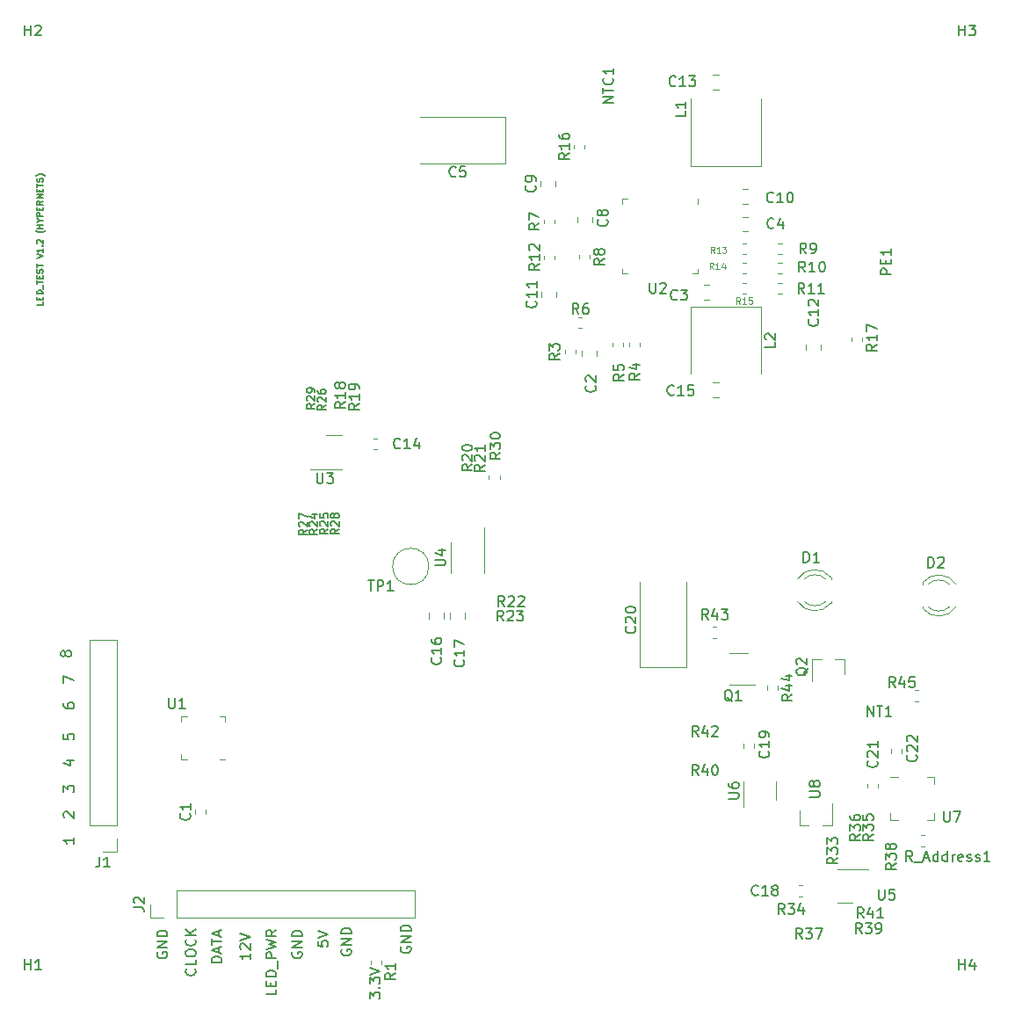
<source format=gbr>
G04 #@! TF.GenerationSoftware,KiCad,Pcbnew,5.1.6-c6e7f7d~87~ubuntu20.04.1*
G04 #@! TF.CreationDate,2020-12-28T10:08:45+02:00*
G04 #@! TF.ProjectId,LED_test_V1.2,4c45445f-7465-4737-945f-56312e322e6b,rev?*
G04 #@! TF.SameCoordinates,Original*
G04 #@! TF.FileFunction,Legend,Top*
G04 #@! TF.FilePolarity,Positive*
%FSLAX46Y46*%
G04 Gerber Fmt 4.6, Leading zero omitted, Abs format (unit mm)*
G04 Created by KiCad (PCBNEW 5.1.6-c6e7f7d~87~ubuntu20.04.1) date 2020-12-28 10:08:45*
%MOMM*%
%LPD*%
G01*
G04 APERTURE LIST*
%ADD10C,0.200000*%
%ADD11C,0.150000*%
%ADD12C,0.120000*%
%ADD13C,0.100000*%
G04 APERTURE END LIST*
D10*
X125952380Y-139369047D02*
X125952380Y-139940476D01*
X125952380Y-139654761D02*
X124952380Y-139654761D01*
X125095238Y-139750000D01*
X125190476Y-139845238D01*
X125238095Y-139940476D01*
X125047619Y-138988095D02*
X125000000Y-138940476D01*
X124952380Y-138845238D01*
X124952380Y-138607142D01*
X125000000Y-138511904D01*
X125047619Y-138464285D01*
X125142857Y-138416666D01*
X125238095Y-138416666D01*
X125380952Y-138464285D01*
X125952380Y-139035714D01*
X125952380Y-138416666D01*
X124952380Y-138130952D02*
X125952380Y-137797619D01*
X124952380Y-137464285D01*
D11*
X105961428Y-76600000D02*
X105961428Y-76885714D01*
X105361428Y-76885714D01*
X105647142Y-76400000D02*
X105647142Y-76200000D01*
X105961428Y-76114285D02*
X105961428Y-76400000D01*
X105361428Y-76400000D01*
X105361428Y-76114285D01*
X105961428Y-75857142D02*
X105361428Y-75857142D01*
X105361428Y-75714285D01*
X105390000Y-75628571D01*
X105447142Y-75571428D01*
X105504285Y-75542857D01*
X105618571Y-75514285D01*
X105704285Y-75514285D01*
X105818571Y-75542857D01*
X105875714Y-75571428D01*
X105932857Y-75628571D01*
X105961428Y-75714285D01*
X105961428Y-75857142D01*
X106018571Y-75400000D02*
X106018571Y-74942857D01*
X105361428Y-74885714D02*
X105361428Y-74542857D01*
X105961428Y-74714285D02*
X105361428Y-74714285D01*
X105647142Y-74342857D02*
X105647142Y-74142857D01*
X105961428Y-74057142D02*
X105961428Y-74342857D01*
X105361428Y-74342857D01*
X105361428Y-74057142D01*
X105932857Y-73828571D02*
X105961428Y-73742857D01*
X105961428Y-73600000D01*
X105932857Y-73542857D01*
X105904285Y-73514285D01*
X105847142Y-73485714D01*
X105790000Y-73485714D01*
X105732857Y-73514285D01*
X105704285Y-73542857D01*
X105675714Y-73600000D01*
X105647142Y-73714285D01*
X105618571Y-73771428D01*
X105590000Y-73800000D01*
X105532857Y-73828571D01*
X105475714Y-73828571D01*
X105418571Y-73800000D01*
X105390000Y-73771428D01*
X105361428Y-73714285D01*
X105361428Y-73571428D01*
X105390000Y-73485714D01*
X105361428Y-73314285D02*
X105361428Y-72971428D01*
X105961428Y-73142857D02*
X105361428Y-73142857D01*
X105361428Y-72400000D02*
X105961428Y-72200000D01*
X105361428Y-72000000D01*
X105961428Y-71485714D02*
X105961428Y-71828571D01*
X105961428Y-71657142D02*
X105361428Y-71657142D01*
X105447142Y-71714285D01*
X105504285Y-71771428D01*
X105532857Y-71828571D01*
X105904285Y-71228571D02*
X105932857Y-71200000D01*
X105961428Y-71228571D01*
X105932857Y-71257142D01*
X105904285Y-71228571D01*
X105961428Y-71228571D01*
X105418571Y-70971428D02*
X105390000Y-70942857D01*
X105361428Y-70885714D01*
X105361428Y-70742857D01*
X105390000Y-70685714D01*
X105418571Y-70657142D01*
X105475714Y-70628571D01*
X105532857Y-70628571D01*
X105618571Y-70657142D01*
X105961428Y-71000000D01*
X105961428Y-70628571D01*
X106190000Y-69742857D02*
X106161428Y-69771428D01*
X106075714Y-69828571D01*
X106018571Y-69857142D01*
X105932857Y-69885714D01*
X105790000Y-69914285D01*
X105675714Y-69914285D01*
X105532857Y-69885714D01*
X105447142Y-69857142D01*
X105390000Y-69828571D01*
X105304285Y-69771428D01*
X105275714Y-69742857D01*
X105961428Y-69514285D02*
X105361428Y-69514285D01*
X105647142Y-69514285D02*
X105647142Y-69171428D01*
X105961428Y-69171428D02*
X105361428Y-69171428D01*
X105675714Y-68771428D02*
X105961428Y-68771428D01*
X105361428Y-68971428D02*
X105675714Y-68771428D01*
X105361428Y-68571428D01*
X105961428Y-68371428D02*
X105361428Y-68371428D01*
X105361428Y-68142857D01*
X105390000Y-68085714D01*
X105418571Y-68057142D01*
X105475714Y-68028571D01*
X105561428Y-68028571D01*
X105618571Y-68057142D01*
X105647142Y-68085714D01*
X105675714Y-68142857D01*
X105675714Y-68371428D01*
X105647142Y-67771428D02*
X105647142Y-67571428D01*
X105961428Y-67485714D02*
X105961428Y-67771428D01*
X105361428Y-67771428D01*
X105361428Y-67485714D01*
X105961428Y-66885714D02*
X105675714Y-67085714D01*
X105961428Y-67228571D02*
X105361428Y-67228571D01*
X105361428Y-67000000D01*
X105390000Y-66942857D01*
X105418571Y-66914285D01*
X105475714Y-66885714D01*
X105561428Y-66885714D01*
X105618571Y-66914285D01*
X105647142Y-66942857D01*
X105675714Y-67000000D01*
X105675714Y-67228571D01*
X105961428Y-66628571D02*
X105361428Y-66628571D01*
X105961428Y-66285714D01*
X105361428Y-66285714D01*
X105647142Y-66000000D02*
X105647142Y-65800000D01*
X105961428Y-65714285D02*
X105961428Y-66000000D01*
X105361428Y-66000000D01*
X105361428Y-65714285D01*
X105361428Y-65542857D02*
X105361428Y-65200000D01*
X105961428Y-65371428D02*
X105361428Y-65371428D01*
X105932857Y-65028571D02*
X105961428Y-64942857D01*
X105961428Y-64800000D01*
X105932857Y-64742857D01*
X105904285Y-64714285D01*
X105847142Y-64685714D01*
X105790000Y-64685714D01*
X105732857Y-64714285D01*
X105704285Y-64742857D01*
X105675714Y-64800000D01*
X105647142Y-64914285D01*
X105618571Y-64971428D01*
X105590000Y-65000000D01*
X105532857Y-65028571D01*
X105475714Y-65028571D01*
X105418571Y-65000000D01*
X105390000Y-64971428D01*
X105361428Y-64914285D01*
X105361428Y-64771428D01*
X105390000Y-64685714D01*
X106190000Y-64485714D02*
X106161428Y-64457142D01*
X106075714Y-64400000D01*
X106018571Y-64371428D01*
X105932857Y-64342857D01*
X105790000Y-64314285D01*
X105675714Y-64314285D01*
X105532857Y-64342857D01*
X105447142Y-64371428D01*
X105390000Y-64400000D01*
X105304285Y-64457142D01*
X105275714Y-64485714D01*
D10*
X140470000Y-138751904D02*
X140422380Y-138847142D01*
X140422380Y-138990000D01*
X140470000Y-139132857D01*
X140565238Y-139228095D01*
X140660476Y-139275714D01*
X140850952Y-139323333D01*
X140993809Y-139323333D01*
X141184285Y-139275714D01*
X141279523Y-139228095D01*
X141374761Y-139132857D01*
X141422380Y-138990000D01*
X141422380Y-138894761D01*
X141374761Y-138751904D01*
X141327142Y-138704285D01*
X140993809Y-138704285D01*
X140993809Y-138894761D01*
X141422380Y-138275714D02*
X140422380Y-138275714D01*
X141422380Y-137704285D01*
X140422380Y-137704285D01*
X141422380Y-137228095D02*
X140422380Y-137228095D01*
X140422380Y-136990000D01*
X140470000Y-136847142D01*
X140565238Y-136751904D01*
X140660476Y-136704285D01*
X140850952Y-136656666D01*
X140993809Y-136656666D01*
X141184285Y-136704285D01*
X141279523Y-136751904D01*
X141374761Y-136847142D01*
X141422380Y-136990000D01*
X141422380Y-137228095D01*
X137452380Y-143726190D02*
X137452380Y-143107142D01*
X137833333Y-143440476D01*
X137833333Y-143297619D01*
X137880952Y-143202380D01*
X137928571Y-143154761D01*
X138023809Y-143107142D01*
X138261904Y-143107142D01*
X138357142Y-143154761D01*
X138404761Y-143202380D01*
X138452380Y-143297619D01*
X138452380Y-143583333D01*
X138404761Y-143678571D01*
X138357142Y-143726190D01*
X138357142Y-142678571D02*
X138404761Y-142630952D01*
X138452380Y-142678571D01*
X138404761Y-142726190D01*
X138357142Y-142678571D01*
X138452380Y-142678571D01*
X137452380Y-142297619D02*
X137452380Y-141678571D01*
X137833333Y-142011904D01*
X137833333Y-141869047D01*
X137880952Y-141773809D01*
X137928571Y-141726190D01*
X138023809Y-141678571D01*
X138261904Y-141678571D01*
X138357142Y-141726190D01*
X138404761Y-141773809D01*
X138452380Y-141869047D01*
X138452380Y-142154761D01*
X138404761Y-142250000D01*
X138357142Y-142297619D01*
X137452380Y-141392857D02*
X138452380Y-141059523D01*
X137452380Y-140726190D01*
X134750000Y-139011904D02*
X134702380Y-139107142D01*
X134702380Y-139250000D01*
X134750000Y-139392857D01*
X134845238Y-139488095D01*
X134940476Y-139535714D01*
X135130952Y-139583333D01*
X135273809Y-139583333D01*
X135464285Y-139535714D01*
X135559523Y-139488095D01*
X135654761Y-139392857D01*
X135702380Y-139250000D01*
X135702380Y-139154761D01*
X135654761Y-139011904D01*
X135607142Y-138964285D01*
X135273809Y-138964285D01*
X135273809Y-139154761D01*
X135702380Y-138535714D02*
X134702380Y-138535714D01*
X135702380Y-137964285D01*
X134702380Y-137964285D01*
X135702380Y-137488095D02*
X134702380Y-137488095D01*
X134702380Y-137250000D01*
X134750000Y-137107142D01*
X134845238Y-137011904D01*
X134940476Y-136964285D01*
X135130952Y-136916666D01*
X135273809Y-136916666D01*
X135464285Y-136964285D01*
X135559523Y-137011904D01*
X135654761Y-137107142D01*
X135702380Y-137250000D01*
X135702380Y-137488095D01*
X132452380Y-138190476D02*
X132452380Y-138666666D01*
X132928571Y-138714285D01*
X132880952Y-138666666D01*
X132833333Y-138571428D01*
X132833333Y-138333333D01*
X132880952Y-138238095D01*
X132928571Y-138190476D01*
X133023809Y-138142857D01*
X133261904Y-138142857D01*
X133357142Y-138190476D01*
X133404761Y-138238095D01*
X133452380Y-138333333D01*
X133452380Y-138571428D01*
X133404761Y-138666666D01*
X133357142Y-138714285D01*
X132452380Y-137857142D02*
X133452380Y-137523809D01*
X132452380Y-137190476D01*
X130000000Y-139261904D02*
X129952380Y-139357142D01*
X129952380Y-139500000D01*
X130000000Y-139642857D01*
X130095238Y-139738095D01*
X130190476Y-139785714D01*
X130380952Y-139833333D01*
X130523809Y-139833333D01*
X130714285Y-139785714D01*
X130809523Y-139738095D01*
X130904761Y-139642857D01*
X130952380Y-139500000D01*
X130952380Y-139404761D01*
X130904761Y-139261904D01*
X130857142Y-139214285D01*
X130523809Y-139214285D01*
X130523809Y-139404761D01*
X130952380Y-138785714D02*
X129952380Y-138785714D01*
X130952380Y-138214285D01*
X129952380Y-138214285D01*
X130952380Y-137738095D02*
X129952380Y-137738095D01*
X129952380Y-137500000D01*
X130000000Y-137357142D01*
X130095238Y-137261904D01*
X130190476Y-137214285D01*
X130380952Y-137166666D01*
X130523809Y-137166666D01*
X130714285Y-137214285D01*
X130809523Y-137261904D01*
X130904761Y-137357142D01*
X130952380Y-137500000D01*
X130952380Y-137738095D01*
X128452380Y-142845238D02*
X128452380Y-143321428D01*
X127452380Y-143321428D01*
X127928571Y-142511904D02*
X127928571Y-142178571D01*
X128452380Y-142035714D02*
X128452380Y-142511904D01*
X127452380Y-142511904D01*
X127452380Y-142035714D01*
X128452380Y-141607142D02*
X127452380Y-141607142D01*
X127452380Y-141369047D01*
X127500000Y-141226190D01*
X127595238Y-141130952D01*
X127690476Y-141083333D01*
X127880952Y-141035714D01*
X128023809Y-141035714D01*
X128214285Y-141083333D01*
X128309523Y-141130952D01*
X128404761Y-141226190D01*
X128452380Y-141369047D01*
X128452380Y-141607142D01*
X128547619Y-140845238D02*
X128547619Y-140083333D01*
X128452380Y-139845238D02*
X127452380Y-139845238D01*
X127452380Y-139464285D01*
X127500000Y-139369047D01*
X127547619Y-139321428D01*
X127642857Y-139273809D01*
X127785714Y-139273809D01*
X127880952Y-139321428D01*
X127928571Y-139369047D01*
X127976190Y-139464285D01*
X127976190Y-139845238D01*
X127452380Y-138940476D02*
X128452380Y-138702380D01*
X127738095Y-138511904D01*
X128452380Y-138321428D01*
X127452380Y-138083333D01*
X128452380Y-137130952D02*
X127976190Y-137464285D01*
X128452380Y-137702380D02*
X127452380Y-137702380D01*
X127452380Y-137321428D01*
X127500000Y-137226190D01*
X127547619Y-137178571D01*
X127642857Y-137130952D01*
X127785714Y-137130952D01*
X127880952Y-137178571D01*
X127928571Y-137226190D01*
X127976190Y-137321428D01*
X127976190Y-137702380D01*
X123202380Y-140250000D02*
X122202380Y-140250000D01*
X122202380Y-140011904D01*
X122250000Y-139869047D01*
X122345238Y-139773809D01*
X122440476Y-139726190D01*
X122630952Y-139678571D01*
X122773809Y-139678571D01*
X122964285Y-139726190D01*
X123059523Y-139773809D01*
X123154761Y-139869047D01*
X123202380Y-140011904D01*
X123202380Y-140250000D01*
X122916666Y-139297619D02*
X122916666Y-138821428D01*
X123202380Y-139392857D02*
X122202380Y-139059523D01*
X123202380Y-138726190D01*
X122202380Y-138535714D02*
X122202380Y-137964285D01*
X123202380Y-138250000D02*
X122202380Y-138250000D01*
X122916666Y-137678571D02*
X122916666Y-137202380D01*
X123202380Y-137773809D02*
X122202380Y-137440476D01*
X123202380Y-137107142D01*
X120607142Y-140869047D02*
X120654761Y-140916666D01*
X120702380Y-141059523D01*
X120702380Y-141154761D01*
X120654761Y-141297619D01*
X120559523Y-141392857D01*
X120464285Y-141440476D01*
X120273809Y-141488095D01*
X120130952Y-141488095D01*
X119940476Y-141440476D01*
X119845238Y-141392857D01*
X119750000Y-141297619D01*
X119702380Y-141154761D01*
X119702380Y-141059523D01*
X119750000Y-140916666D01*
X119797619Y-140869047D01*
X120702380Y-139964285D02*
X120702380Y-140440476D01*
X119702380Y-140440476D01*
X119702380Y-139440476D02*
X119702380Y-139250000D01*
X119750000Y-139154761D01*
X119845238Y-139059523D01*
X120035714Y-139011904D01*
X120369047Y-139011904D01*
X120559523Y-139059523D01*
X120654761Y-139154761D01*
X120702380Y-139250000D01*
X120702380Y-139440476D01*
X120654761Y-139535714D01*
X120559523Y-139630952D01*
X120369047Y-139678571D01*
X120035714Y-139678571D01*
X119845238Y-139630952D01*
X119750000Y-139535714D01*
X119702380Y-139440476D01*
X120607142Y-138011904D02*
X120654761Y-138059523D01*
X120702380Y-138202380D01*
X120702380Y-138297619D01*
X120654761Y-138440476D01*
X120559523Y-138535714D01*
X120464285Y-138583333D01*
X120273809Y-138630952D01*
X120130952Y-138630952D01*
X119940476Y-138583333D01*
X119845238Y-138535714D01*
X119750000Y-138440476D01*
X119702380Y-138297619D01*
X119702380Y-138202380D01*
X119750000Y-138059523D01*
X119797619Y-138011904D01*
X120702380Y-137583333D02*
X119702380Y-137583333D01*
X120702380Y-137011904D02*
X120130952Y-137440476D01*
X119702380Y-137011904D02*
X120273809Y-137583333D01*
X117000000Y-139261904D02*
X116952380Y-139357142D01*
X116952380Y-139500000D01*
X117000000Y-139642857D01*
X117095238Y-139738095D01*
X117190476Y-139785714D01*
X117380952Y-139833333D01*
X117523809Y-139833333D01*
X117714285Y-139785714D01*
X117809523Y-139738095D01*
X117904761Y-139642857D01*
X117952380Y-139500000D01*
X117952380Y-139404761D01*
X117904761Y-139261904D01*
X117857142Y-139214285D01*
X117523809Y-139214285D01*
X117523809Y-139404761D01*
X117952380Y-138785714D02*
X116952380Y-138785714D01*
X117952380Y-138214285D01*
X116952380Y-138214285D01*
X117952380Y-137738095D02*
X116952380Y-137738095D01*
X116952380Y-137500000D01*
X117000000Y-137357142D01*
X117095238Y-137261904D01*
X117190476Y-137214285D01*
X117380952Y-137166666D01*
X117523809Y-137166666D01*
X117714285Y-137214285D01*
X117809523Y-137261904D01*
X117904761Y-137357142D01*
X117952380Y-137500000D01*
X117952380Y-137738095D01*
X108130952Y-110595238D02*
X108083333Y-110690476D01*
X108035714Y-110738095D01*
X107940476Y-110785714D01*
X107892857Y-110785714D01*
X107797619Y-110738095D01*
X107750000Y-110690476D01*
X107702380Y-110595238D01*
X107702380Y-110404761D01*
X107750000Y-110309523D01*
X107797619Y-110261904D01*
X107892857Y-110214285D01*
X107940476Y-110214285D01*
X108035714Y-110261904D01*
X108083333Y-110309523D01*
X108130952Y-110404761D01*
X108130952Y-110595238D01*
X108178571Y-110690476D01*
X108226190Y-110738095D01*
X108321428Y-110785714D01*
X108511904Y-110785714D01*
X108607142Y-110738095D01*
X108654761Y-110690476D01*
X108702380Y-110595238D01*
X108702380Y-110404761D01*
X108654761Y-110309523D01*
X108607142Y-110261904D01*
X108511904Y-110214285D01*
X108321428Y-110214285D01*
X108226190Y-110261904D01*
X108178571Y-110309523D01*
X108130952Y-110404761D01*
X107952380Y-113333333D02*
X107952380Y-112666666D01*
X108952380Y-113095238D01*
X107952380Y-115309523D02*
X107952380Y-115500000D01*
X108000000Y-115595238D01*
X108047619Y-115642857D01*
X108190476Y-115738095D01*
X108380952Y-115785714D01*
X108761904Y-115785714D01*
X108857142Y-115738095D01*
X108904761Y-115690476D01*
X108952380Y-115595238D01*
X108952380Y-115404761D01*
X108904761Y-115309523D01*
X108857142Y-115261904D01*
X108761904Y-115214285D01*
X108523809Y-115214285D01*
X108428571Y-115261904D01*
X108380952Y-115309523D01*
X108333333Y-115404761D01*
X108333333Y-115595238D01*
X108380952Y-115690476D01*
X108428571Y-115738095D01*
X108523809Y-115785714D01*
X107952380Y-118261904D02*
X107952380Y-118738095D01*
X108428571Y-118785714D01*
X108380952Y-118738095D01*
X108333333Y-118642857D01*
X108333333Y-118404761D01*
X108380952Y-118309523D01*
X108428571Y-118261904D01*
X108523809Y-118214285D01*
X108761904Y-118214285D01*
X108857142Y-118261904D01*
X108904761Y-118309523D01*
X108952380Y-118404761D01*
X108952380Y-118642857D01*
X108904761Y-118738095D01*
X108857142Y-118785714D01*
X108285714Y-120809523D02*
X108952380Y-120809523D01*
X107904761Y-121047619D02*
X108619047Y-121285714D01*
X108619047Y-120666666D01*
X107952380Y-123833333D02*
X107952380Y-123214285D01*
X108333333Y-123547619D01*
X108333333Y-123404761D01*
X108380952Y-123309523D01*
X108428571Y-123261904D01*
X108523809Y-123214285D01*
X108761904Y-123214285D01*
X108857142Y-123261904D01*
X108904761Y-123309523D01*
X108952380Y-123404761D01*
X108952380Y-123690476D01*
X108904761Y-123785714D01*
X108857142Y-123833333D01*
X108047619Y-126285714D02*
X108000000Y-126238095D01*
X107952380Y-126142857D01*
X107952380Y-125904761D01*
X108000000Y-125809523D01*
X108047619Y-125761904D01*
X108142857Y-125714285D01*
X108238095Y-125714285D01*
X108380952Y-125761904D01*
X108952380Y-126333333D01*
X108952380Y-125714285D01*
X108952380Y-128214285D02*
X108952380Y-128785714D01*
X108952380Y-128500000D02*
X107952380Y-128500000D01*
X108095238Y-128595238D01*
X108190476Y-128690476D01*
X108238095Y-128785714D01*
D12*
X178840000Y-127060000D02*
X178840000Y-125600000D01*
X182000000Y-127060000D02*
X182000000Y-124900000D01*
X182000000Y-127060000D02*
X181070000Y-127060000D01*
X178840000Y-127060000D02*
X179770000Y-127060000D01*
X133250000Y-89490000D02*
X134750000Y-89490000D01*
X131750000Y-92710000D02*
X134750000Y-92710000D01*
X177146267Y-74815000D02*
X176803733Y-74815000D01*
X177146267Y-75835000D02*
X176803733Y-75835000D01*
X122972000Y-120728000D02*
X123522000Y-120728000D01*
X119302000Y-116508000D02*
X119302000Y-117058000D01*
X119852000Y-116508000D02*
X119302000Y-116508000D01*
X123522000Y-116508000D02*
X123522000Y-117058000D01*
X122972000Y-116508000D02*
X123522000Y-116508000D01*
X119302000Y-120728000D02*
X119302000Y-120178000D01*
X119852000Y-120728000D02*
X119302000Y-120728000D01*
X181900000Y-103314000D02*
X181900000Y-103158000D01*
X181900000Y-105630000D02*
X181900000Y-105474000D01*
X179298870Y-103314163D02*
G75*
G02*
X181380961Y-103314000I1041130J-1079837D01*
G01*
X179298870Y-105473837D02*
G75*
G03*
X181380961Y-105474000I1041130J1079837D01*
G01*
X178667665Y-103315392D02*
G75*
G02*
X181900000Y-103158484I1672335J-1078608D01*
G01*
X178667665Y-105472608D02*
G75*
G03*
X181900000Y-105629516I1672335J1078608D01*
G01*
X190304267Y-115064000D02*
X189961733Y-115064000D01*
X190304267Y-114044000D02*
X189961733Y-114044000D01*
X176786000Y-113620733D02*
X176786000Y-113963267D01*
X175766000Y-113620733D02*
X175766000Y-113963267D01*
X137570000Y-140088733D02*
X137570000Y-140431267D01*
X138590000Y-140088733D02*
X138590000Y-140431267D01*
X116272000Y-135950000D02*
X116272000Y-134620000D01*
X117602000Y-135950000D02*
X116272000Y-135950000D01*
X118872000Y-135950000D02*
X118872000Y-133290000D01*
X118872000Y-133290000D02*
X141792000Y-133290000D01*
X118872000Y-135950000D02*
X141792000Y-135950000D01*
X141792000Y-135950000D02*
X141792000Y-133290000D01*
X113090000Y-129600000D02*
X111760000Y-129600000D01*
X113090000Y-128270000D02*
X113090000Y-129600000D01*
X113090000Y-127000000D02*
X110430000Y-127000000D01*
X110430000Y-127000000D02*
X110430000Y-109160000D01*
X113090000Y-127000000D02*
X113090000Y-109160000D01*
X113090000Y-109160000D02*
X110430000Y-109160000D01*
X121668000Y-125901267D02*
X121668000Y-125558733D01*
X120648000Y-125901267D02*
X120648000Y-125558733D01*
X157865000Y-81288748D02*
X157865000Y-81811252D01*
X159285000Y-81288748D02*
X159285000Y-81811252D01*
X170186252Y-76385000D02*
X169663748Y-76385000D01*
X170186252Y-74965000D02*
X169663748Y-74965000D01*
X173388748Y-68415000D02*
X173911252Y-68415000D01*
X173388748Y-69835000D02*
X173911252Y-69835000D01*
X142270000Y-63290000D02*
X150505000Y-63290000D01*
X150505000Y-63290000D02*
X150505000Y-58770000D01*
X150505000Y-58770000D02*
X142270000Y-58770000D01*
X157465000Y-68438748D02*
X157465000Y-68961252D01*
X158885000Y-68438748D02*
X158885000Y-68961252D01*
X155360000Y-65511252D02*
X155360000Y-64988748D01*
X153940000Y-65511252D02*
X153940000Y-64988748D01*
X173886252Y-67160000D02*
X173363748Y-67160000D01*
X173886252Y-65740000D02*
X173363748Y-65740000D01*
X155435000Y-76161252D02*
X155435000Y-75638748D01*
X154015000Y-76161252D02*
X154015000Y-75638748D01*
X179460000Y-81271252D02*
X179460000Y-80748748D01*
X180880000Y-81271252D02*
X180880000Y-80748748D01*
X171061252Y-56185000D02*
X170538748Y-56185000D01*
X171061252Y-54765000D02*
X170538748Y-54765000D01*
X137788733Y-89820000D02*
X138131267Y-89820000D01*
X137788733Y-90840000D02*
X138131267Y-90840000D01*
X171061252Y-85785000D02*
X170538748Y-85785000D01*
X171061252Y-84365000D02*
X170538748Y-84365000D01*
X143165000Y-107111252D02*
X143165000Y-106588748D01*
X144585000Y-107111252D02*
X144585000Y-106588748D01*
X145190000Y-106588748D02*
X145190000Y-107111252D01*
X146610000Y-106588748D02*
X146610000Y-107111252D01*
X178757733Y-132840000D02*
X179100267Y-132840000D01*
X178757733Y-133860000D02*
X179100267Y-133860000D01*
X174500000Y-119551267D02*
X174500000Y-119208733D01*
X173480000Y-119551267D02*
X173480000Y-119208733D01*
X167990000Y-111835000D02*
X167990000Y-103600000D01*
X163470000Y-111835000D02*
X167990000Y-111835000D01*
X163470000Y-103600000D02*
X163470000Y-111835000D01*
X186450000Y-123068733D02*
X186450000Y-123411267D01*
X185430000Y-123068733D02*
X185430000Y-123411267D01*
X187704000Y-119716733D02*
X187704000Y-120059267D01*
X188724000Y-119716733D02*
X188724000Y-120059267D01*
X190718000Y-103666000D02*
X190718000Y-103822000D01*
X190718000Y-105982000D02*
X190718000Y-106138000D01*
X193950335Y-103823392D02*
G75*
G03*
X190718000Y-103666484I-1672335J-1078608D01*
G01*
X193950335Y-105980608D02*
G75*
G02*
X190718000Y-106137516I-1672335J1078608D01*
G01*
X193319130Y-103822163D02*
G75*
G03*
X191237039Y-103822000I-1041130J-1079837D01*
G01*
X193319130Y-105981837D02*
G75*
G02*
X191237039Y-105982000I-1041130J1079837D01*
G01*
X168410000Y-63520000D02*
X175190000Y-63520000D01*
X168410000Y-63520000D02*
X168410000Y-57050000D01*
X175190000Y-63520000D02*
X175190000Y-57050000D01*
X168385000Y-77055000D02*
X168385000Y-83525000D01*
X175165000Y-77055000D02*
X175165000Y-83525000D01*
X175165000Y-77055000D02*
X168385000Y-77055000D01*
X173854000Y-110454000D02*
X172094000Y-110454000D01*
X172094000Y-113524000D02*
X174524000Y-113524000D01*
X183190000Y-111000000D02*
X182260000Y-111000000D01*
X180030000Y-111000000D02*
X180960000Y-111000000D01*
X180030000Y-111000000D02*
X180030000Y-113160000D01*
X183190000Y-111000000D02*
X183190000Y-112460000D01*
X157260000Y-81203733D02*
X157260000Y-81546267D01*
X156240000Y-81203733D02*
X156240000Y-81546267D01*
X163510000Y-80553733D02*
X163510000Y-80896267D01*
X162490000Y-80553733D02*
X162490000Y-80896267D01*
X160865000Y-80553733D02*
X160865000Y-80896267D01*
X161885000Y-80553733D02*
X161885000Y-80896267D01*
X157528733Y-79135000D02*
X157871267Y-79135000D01*
X157528733Y-78115000D02*
X157871267Y-78115000D01*
X155260000Y-69046267D02*
X155260000Y-68703733D01*
X154240000Y-69046267D02*
X154240000Y-68703733D01*
X158685000Y-72128733D02*
X158685000Y-72471267D01*
X157665000Y-72128733D02*
X157665000Y-72471267D01*
X177146267Y-70990000D02*
X176803733Y-70990000D01*
X177146267Y-72010000D02*
X176803733Y-72010000D01*
X177146267Y-72840000D02*
X176803733Y-72840000D01*
X177146267Y-73860000D02*
X176803733Y-73860000D01*
X155285000Y-72496267D02*
X155285000Y-72153733D01*
X154265000Y-72496267D02*
X154265000Y-72153733D01*
X173403733Y-70990000D02*
X173746267Y-70990000D01*
X173403733Y-72010000D02*
X173746267Y-72010000D01*
X173403733Y-72840000D02*
X173746267Y-72840000D01*
X173403733Y-73860000D02*
X173746267Y-73860000D01*
X173403733Y-74815000D02*
X173746267Y-74815000D01*
X173403733Y-75835000D02*
X173746267Y-75835000D01*
X157080000Y-61518733D02*
X157080000Y-61861267D01*
X158100000Y-61518733D02*
X158100000Y-61861267D01*
X183865000Y-80371267D02*
X183865000Y-80028733D01*
X184885000Y-80371267D02*
X184885000Y-80028733D01*
X148950000Y-93721267D02*
X148950000Y-93378733D01*
X149970000Y-93721267D02*
X149970000Y-93378733D01*
X170859267Y-108968000D02*
X170516733Y-108968000D01*
X170859267Y-107948000D02*
X170516733Y-107948000D01*
X190582733Y-129034000D02*
X190925267Y-129034000D01*
X190582733Y-128014000D02*
X190925267Y-128014000D01*
X143150000Y-102100000D02*
G75*
G03*
X143150000Y-102100000I-1750000J0D01*
G01*
X169035000Y-73410000D02*
X169035000Y-73885000D01*
X169035000Y-73885000D02*
X168560000Y-73885000D01*
X161815000Y-67140000D02*
X161815000Y-66665000D01*
X161815000Y-66665000D02*
X162290000Y-66665000D01*
X161815000Y-73410000D02*
X161815000Y-73885000D01*
X161815000Y-73885000D02*
X162290000Y-73885000D01*
X169035000Y-67140000D02*
X169035000Y-66665000D01*
X145240000Y-101250000D02*
X145240000Y-102750000D01*
X145240000Y-101250000D02*
X145240000Y-99750000D01*
X148460000Y-101250000D02*
X148460000Y-102750000D01*
X148460000Y-101250000D02*
X148460000Y-98325000D01*
X185494000Y-131232000D02*
X182494000Y-131232000D01*
X183994000Y-134452000D02*
X182494000Y-134452000D01*
X176566000Y-124578000D02*
X176566000Y-122818000D01*
X173496000Y-122818000D02*
X173496000Y-125248000D01*
X191123000Y-122350000D02*
X191848000Y-122350000D01*
X191848000Y-122350000D02*
X191848000Y-123075000D01*
X188353000Y-126570000D02*
X187628000Y-126570000D01*
X187628000Y-126570000D02*
X187628000Y-125845000D01*
X191123000Y-126570000D02*
X191848000Y-126570000D01*
X191848000Y-126570000D02*
X191848000Y-125845000D01*
X188353000Y-122350000D02*
X187628000Y-122350000D01*
D11*
X179812380Y-124321904D02*
X180621904Y-124321904D01*
X180717142Y-124274285D01*
X180764761Y-124226666D01*
X180812380Y-124131428D01*
X180812380Y-123940952D01*
X180764761Y-123845714D01*
X180717142Y-123798095D01*
X180621904Y-123750476D01*
X179812380Y-123750476D01*
X180240952Y-123131428D02*
X180193333Y-123226666D01*
X180145714Y-123274285D01*
X180050476Y-123321904D01*
X180002857Y-123321904D01*
X179907619Y-123274285D01*
X179860000Y-123226666D01*
X179812380Y-123131428D01*
X179812380Y-122940952D01*
X179860000Y-122845714D01*
X179907619Y-122798095D01*
X180002857Y-122750476D01*
X180050476Y-122750476D01*
X180145714Y-122798095D01*
X180193333Y-122845714D01*
X180240952Y-122940952D01*
X180240952Y-123131428D01*
X180288571Y-123226666D01*
X180336190Y-123274285D01*
X180431428Y-123321904D01*
X180621904Y-123321904D01*
X180717142Y-123274285D01*
X180764761Y-123226666D01*
X180812380Y-123131428D01*
X180812380Y-122940952D01*
X180764761Y-122845714D01*
X180717142Y-122798095D01*
X180621904Y-122750476D01*
X180431428Y-122750476D01*
X180336190Y-122798095D01*
X180288571Y-122845714D01*
X180240952Y-122940952D01*
X182542380Y-130142857D02*
X182066190Y-130476190D01*
X182542380Y-130714285D02*
X181542380Y-130714285D01*
X181542380Y-130333333D01*
X181590000Y-130238095D01*
X181637619Y-130190476D01*
X181732857Y-130142857D01*
X181875714Y-130142857D01*
X181970952Y-130190476D01*
X182018571Y-130238095D01*
X182066190Y-130333333D01*
X182066190Y-130714285D01*
X181542380Y-129809523D02*
X181542380Y-129190476D01*
X181923333Y-129523809D01*
X181923333Y-129380952D01*
X181970952Y-129285714D01*
X182018571Y-129238095D01*
X182113809Y-129190476D01*
X182351904Y-129190476D01*
X182447142Y-129238095D01*
X182494761Y-129285714D01*
X182542380Y-129380952D01*
X182542380Y-129666666D01*
X182494761Y-129761904D01*
X182447142Y-129809523D01*
X181542380Y-128857142D02*
X181542380Y-128238095D01*
X181923333Y-128571428D01*
X181923333Y-128428571D01*
X181970952Y-128333333D01*
X182018571Y-128285714D01*
X182113809Y-128238095D01*
X182351904Y-128238095D01*
X182447142Y-128285714D01*
X182494761Y-128333333D01*
X182542380Y-128428571D01*
X182542380Y-128714285D01*
X182494761Y-128809523D01*
X182447142Y-128857142D01*
X132363095Y-93077380D02*
X132363095Y-93886904D01*
X132410714Y-93982142D01*
X132458333Y-94029761D01*
X132553571Y-94077380D01*
X132744047Y-94077380D01*
X132839285Y-94029761D01*
X132886904Y-93982142D01*
X132934523Y-93886904D01*
X132934523Y-93077380D01*
X133315476Y-93077380D02*
X133934523Y-93077380D01*
X133601190Y-93458333D01*
X133744047Y-93458333D01*
X133839285Y-93505952D01*
X133886904Y-93553571D01*
X133934523Y-93648809D01*
X133934523Y-93886904D01*
X133886904Y-93982142D01*
X133839285Y-94029761D01*
X133744047Y-94077380D01*
X133458333Y-94077380D01*
X133363095Y-94029761D01*
X133315476Y-93982142D01*
X187702380Y-73965476D02*
X186702380Y-73965476D01*
X186702380Y-73584523D01*
X186750000Y-73489285D01*
X186797619Y-73441666D01*
X186892857Y-73394047D01*
X187035714Y-73394047D01*
X187130952Y-73441666D01*
X187178571Y-73489285D01*
X187226190Y-73584523D01*
X187226190Y-73965476D01*
X187178571Y-72965476D02*
X187178571Y-72632142D01*
X187702380Y-72489285D02*
X187702380Y-72965476D01*
X186702380Y-72965476D01*
X186702380Y-72489285D01*
X187702380Y-71536904D02*
X187702380Y-72108333D01*
X187702380Y-71822619D02*
X186702380Y-71822619D01*
X186845238Y-71917857D01*
X186940476Y-72013095D01*
X186988095Y-72108333D01*
X150337142Y-107342380D02*
X150003809Y-106866190D01*
X149765714Y-107342380D02*
X149765714Y-106342380D01*
X150146666Y-106342380D01*
X150241904Y-106390000D01*
X150289523Y-106437619D01*
X150337142Y-106532857D01*
X150337142Y-106675714D01*
X150289523Y-106770952D01*
X150241904Y-106818571D01*
X150146666Y-106866190D01*
X149765714Y-106866190D01*
X150718095Y-106437619D02*
X150765714Y-106390000D01*
X150860952Y-106342380D01*
X151099047Y-106342380D01*
X151194285Y-106390000D01*
X151241904Y-106437619D01*
X151289523Y-106532857D01*
X151289523Y-106628095D01*
X151241904Y-106770952D01*
X150670476Y-107342380D01*
X151289523Y-107342380D01*
X151622857Y-106342380D02*
X152241904Y-106342380D01*
X151908571Y-106723333D01*
X152051428Y-106723333D01*
X152146666Y-106770952D01*
X152194285Y-106818571D01*
X152241904Y-106913809D01*
X152241904Y-107151904D01*
X152194285Y-107247142D01*
X152146666Y-107294761D01*
X152051428Y-107342380D01*
X151765714Y-107342380D01*
X151670476Y-107294761D01*
X151622857Y-107247142D01*
X150437142Y-105942380D02*
X150103809Y-105466190D01*
X149865714Y-105942380D02*
X149865714Y-104942380D01*
X150246666Y-104942380D01*
X150341904Y-104990000D01*
X150389523Y-105037619D01*
X150437142Y-105132857D01*
X150437142Y-105275714D01*
X150389523Y-105370952D01*
X150341904Y-105418571D01*
X150246666Y-105466190D01*
X149865714Y-105466190D01*
X150818095Y-105037619D02*
X150865714Y-104990000D01*
X150960952Y-104942380D01*
X151199047Y-104942380D01*
X151294285Y-104990000D01*
X151341904Y-105037619D01*
X151389523Y-105132857D01*
X151389523Y-105228095D01*
X151341904Y-105370952D01*
X150770476Y-105942380D01*
X151389523Y-105942380D01*
X151770476Y-105037619D02*
X151818095Y-104990000D01*
X151913333Y-104942380D01*
X152151428Y-104942380D01*
X152246666Y-104990000D01*
X152294285Y-105037619D01*
X152341904Y-105132857D01*
X152341904Y-105228095D01*
X152294285Y-105370952D01*
X151722857Y-105942380D01*
X152341904Y-105942380D01*
X148542380Y-92307857D02*
X148066190Y-92641190D01*
X148542380Y-92879285D02*
X147542380Y-92879285D01*
X147542380Y-92498333D01*
X147590000Y-92403095D01*
X147637619Y-92355476D01*
X147732857Y-92307857D01*
X147875714Y-92307857D01*
X147970952Y-92355476D01*
X148018571Y-92403095D01*
X148066190Y-92498333D01*
X148066190Y-92879285D01*
X147637619Y-91926904D02*
X147590000Y-91879285D01*
X147542380Y-91784047D01*
X147542380Y-91545952D01*
X147590000Y-91450714D01*
X147637619Y-91403095D01*
X147732857Y-91355476D01*
X147828095Y-91355476D01*
X147970952Y-91403095D01*
X148542380Y-91974523D01*
X148542380Y-91355476D01*
X148542380Y-90403095D02*
X148542380Y-90974523D01*
X148542380Y-90688809D02*
X147542380Y-90688809D01*
X147685238Y-90784047D01*
X147780476Y-90879285D01*
X147828095Y-90974523D01*
X147342380Y-92282857D02*
X146866190Y-92616190D01*
X147342380Y-92854285D02*
X146342380Y-92854285D01*
X146342380Y-92473333D01*
X146390000Y-92378095D01*
X146437619Y-92330476D01*
X146532857Y-92282857D01*
X146675714Y-92282857D01*
X146770952Y-92330476D01*
X146818571Y-92378095D01*
X146866190Y-92473333D01*
X146866190Y-92854285D01*
X146437619Y-91901904D02*
X146390000Y-91854285D01*
X146342380Y-91759047D01*
X146342380Y-91520952D01*
X146390000Y-91425714D01*
X146437619Y-91378095D01*
X146532857Y-91330476D01*
X146628095Y-91330476D01*
X146770952Y-91378095D01*
X147342380Y-91949523D01*
X147342380Y-91330476D01*
X146342380Y-90711428D02*
X146342380Y-90616190D01*
X146390000Y-90520952D01*
X146437619Y-90473333D01*
X146532857Y-90425714D01*
X146723333Y-90378095D01*
X146961428Y-90378095D01*
X147151904Y-90425714D01*
X147247142Y-90473333D01*
X147294761Y-90520952D01*
X147342380Y-90616190D01*
X147342380Y-90711428D01*
X147294761Y-90806666D01*
X147247142Y-90854285D01*
X147151904Y-90901904D01*
X146961428Y-90949523D01*
X146723333Y-90949523D01*
X146532857Y-90901904D01*
X146437619Y-90854285D01*
X146390000Y-90806666D01*
X146342380Y-90711428D01*
X179332142Y-75802380D02*
X178998809Y-75326190D01*
X178760714Y-75802380D02*
X178760714Y-74802380D01*
X179141666Y-74802380D01*
X179236904Y-74850000D01*
X179284523Y-74897619D01*
X179332142Y-74992857D01*
X179332142Y-75135714D01*
X179284523Y-75230952D01*
X179236904Y-75278571D01*
X179141666Y-75326190D01*
X178760714Y-75326190D01*
X180284523Y-75802380D02*
X179713095Y-75802380D01*
X179998809Y-75802380D02*
X179998809Y-74802380D01*
X179903571Y-74945238D01*
X179808333Y-75040476D01*
X179713095Y-75088095D01*
X181236904Y-75802380D02*
X180665476Y-75802380D01*
X180951190Y-75802380D02*
X180951190Y-74802380D01*
X180855952Y-74945238D01*
X180760714Y-75040476D01*
X180665476Y-75088095D01*
X118110095Y-114768380D02*
X118110095Y-115577904D01*
X118157714Y-115673142D01*
X118205333Y-115720761D01*
X118300571Y-115768380D01*
X118491047Y-115768380D01*
X118586285Y-115720761D01*
X118633904Y-115673142D01*
X118681523Y-115577904D01*
X118681523Y-114768380D01*
X119681523Y-115768380D02*
X119110095Y-115768380D01*
X119395809Y-115768380D02*
X119395809Y-114768380D01*
X119300571Y-114911238D01*
X119205333Y-115006476D01*
X119110095Y-115054095D01*
X179261904Y-101702380D02*
X179261904Y-100702380D01*
X179500000Y-100702380D01*
X179642857Y-100750000D01*
X179738095Y-100845238D01*
X179785714Y-100940476D01*
X179833333Y-101130952D01*
X179833333Y-101273809D01*
X179785714Y-101464285D01*
X179738095Y-101559523D01*
X179642857Y-101654761D01*
X179500000Y-101702380D01*
X179261904Y-101702380D01*
X180785714Y-101702380D02*
X180214285Y-101702380D01*
X180500000Y-101702380D02*
X180500000Y-100702380D01*
X180404761Y-100845238D01*
X180309523Y-100940476D01*
X180214285Y-100988095D01*
X188079142Y-113736380D02*
X187745809Y-113260190D01*
X187507714Y-113736380D02*
X187507714Y-112736380D01*
X187888666Y-112736380D01*
X187983904Y-112784000D01*
X188031523Y-112831619D01*
X188079142Y-112926857D01*
X188079142Y-113069714D01*
X188031523Y-113164952D01*
X187983904Y-113212571D01*
X187888666Y-113260190D01*
X187507714Y-113260190D01*
X188936285Y-113069714D02*
X188936285Y-113736380D01*
X188698190Y-112688761D02*
X188460095Y-113403047D01*
X189079142Y-113403047D01*
X189936285Y-112736380D02*
X189460095Y-112736380D01*
X189412476Y-113212571D01*
X189460095Y-113164952D01*
X189555333Y-113117333D01*
X189793428Y-113117333D01*
X189888666Y-113164952D01*
X189936285Y-113212571D01*
X189983904Y-113307809D01*
X189983904Y-113545904D01*
X189936285Y-113641142D01*
X189888666Y-113688761D01*
X189793428Y-113736380D01*
X189555333Y-113736380D01*
X189460095Y-113688761D01*
X189412476Y-113641142D01*
X178158380Y-114434857D02*
X177682190Y-114768190D01*
X178158380Y-115006285D02*
X177158380Y-115006285D01*
X177158380Y-114625333D01*
X177206000Y-114530095D01*
X177253619Y-114482476D01*
X177348857Y-114434857D01*
X177491714Y-114434857D01*
X177586952Y-114482476D01*
X177634571Y-114530095D01*
X177682190Y-114625333D01*
X177682190Y-115006285D01*
X177491714Y-113577714D02*
X178158380Y-113577714D01*
X177110761Y-113815809D02*
X177825047Y-114053904D01*
X177825047Y-113434857D01*
X177491714Y-112625333D02*
X178158380Y-112625333D01*
X177110761Y-112863428D02*
X177825047Y-113101523D01*
X177825047Y-112482476D01*
X169107142Y-118452380D02*
X168773809Y-117976190D01*
X168535714Y-118452380D02*
X168535714Y-117452380D01*
X168916666Y-117452380D01*
X169011904Y-117500000D01*
X169059523Y-117547619D01*
X169107142Y-117642857D01*
X169107142Y-117785714D01*
X169059523Y-117880952D01*
X169011904Y-117928571D01*
X168916666Y-117976190D01*
X168535714Y-117976190D01*
X169964285Y-117785714D02*
X169964285Y-118452380D01*
X169726190Y-117404761D02*
X169488095Y-118119047D01*
X170107142Y-118119047D01*
X170440476Y-117547619D02*
X170488095Y-117500000D01*
X170583333Y-117452380D01*
X170821428Y-117452380D01*
X170916666Y-117500000D01*
X170964285Y-117547619D01*
X171011904Y-117642857D01*
X171011904Y-117738095D01*
X170964285Y-117880952D01*
X170392857Y-118452380D01*
X171011904Y-118452380D01*
X185031142Y-135952380D02*
X184697809Y-135476190D01*
X184459714Y-135952380D02*
X184459714Y-134952380D01*
X184840666Y-134952380D01*
X184935904Y-135000000D01*
X184983523Y-135047619D01*
X185031142Y-135142857D01*
X185031142Y-135285714D01*
X184983523Y-135380952D01*
X184935904Y-135428571D01*
X184840666Y-135476190D01*
X184459714Y-135476190D01*
X185888285Y-135285714D02*
X185888285Y-135952380D01*
X185650190Y-134904761D02*
X185412095Y-135619047D01*
X186031142Y-135619047D01*
X186935904Y-135952380D02*
X186364476Y-135952380D01*
X186650190Y-135952380D02*
X186650190Y-134952380D01*
X186554952Y-135095238D01*
X186459714Y-135190476D01*
X186364476Y-135238095D01*
X169107142Y-122202380D02*
X168773809Y-121726190D01*
X168535714Y-122202380D02*
X168535714Y-121202380D01*
X168916666Y-121202380D01*
X169011904Y-121250000D01*
X169059523Y-121297619D01*
X169107142Y-121392857D01*
X169107142Y-121535714D01*
X169059523Y-121630952D01*
X169011904Y-121678571D01*
X168916666Y-121726190D01*
X168535714Y-121726190D01*
X169964285Y-121535714D02*
X169964285Y-122202380D01*
X169726190Y-121154761D02*
X169488095Y-121869047D01*
X170107142Y-121869047D01*
X170678571Y-121202380D02*
X170773809Y-121202380D01*
X170869047Y-121250000D01*
X170916666Y-121297619D01*
X170964285Y-121392857D01*
X171011904Y-121583333D01*
X171011904Y-121821428D01*
X170964285Y-122011904D01*
X170916666Y-122107142D01*
X170869047Y-122154761D01*
X170773809Y-122202380D01*
X170678571Y-122202380D01*
X170583333Y-122154761D01*
X170535714Y-122107142D01*
X170488095Y-122011904D01*
X170440476Y-121821428D01*
X170440476Y-121583333D01*
X170488095Y-121392857D01*
X170535714Y-121297619D01*
X170583333Y-121250000D01*
X170678571Y-121202380D01*
X184857142Y-137452380D02*
X184523809Y-136976190D01*
X184285714Y-137452380D02*
X184285714Y-136452380D01*
X184666666Y-136452380D01*
X184761904Y-136500000D01*
X184809523Y-136547619D01*
X184857142Y-136642857D01*
X184857142Y-136785714D01*
X184809523Y-136880952D01*
X184761904Y-136928571D01*
X184666666Y-136976190D01*
X184285714Y-136976190D01*
X185190476Y-136452380D02*
X185809523Y-136452380D01*
X185476190Y-136833333D01*
X185619047Y-136833333D01*
X185714285Y-136880952D01*
X185761904Y-136928571D01*
X185809523Y-137023809D01*
X185809523Y-137261904D01*
X185761904Y-137357142D01*
X185714285Y-137404761D01*
X185619047Y-137452380D01*
X185333333Y-137452380D01*
X185238095Y-137404761D01*
X185190476Y-137357142D01*
X186285714Y-137452380D02*
X186476190Y-137452380D01*
X186571428Y-137404761D01*
X186619047Y-137357142D01*
X186714285Y-137214285D01*
X186761904Y-137023809D01*
X186761904Y-136642857D01*
X186714285Y-136547619D01*
X186666666Y-136500000D01*
X186571428Y-136452380D01*
X186380952Y-136452380D01*
X186285714Y-136500000D01*
X186238095Y-136547619D01*
X186190476Y-136642857D01*
X186190476Y-136880952D01*
X186238095Y-136976190D01*
X186285714Y-137023809D01*
X186380952Y-137071428D01*
X186571428Y-137071428D01*
X186666666Y-137023809D01*
X186714285Y-136976190D01*
X186761904Y-136880952D01*
X188158380Y-130690857D02*
X187682190Y-131024190D01*
X188158380Y-131262285D02*
X187158380Y-131262285D01*
X187158380Y-130881333D01*
X187206000Y-130786095D01*
X187253619Y-130738476D01*
X187348857Y-130690857D01*
X187491714Y-130690857D01*
X187586952Y-130738476D01*
X187634571Y-130786095D01*
X187682190Y-130881333D01*
X187682190Y-131262285D01*
X187158380Y-130357523D02*
X187158380Y-129738476D01*
X187539333Y-130071809D01*
X187539333Y-129928952D01*
X187586952Y-129833714D01*
X187634571Y-129786095D01*
X187729809Y-129738476D01*
X187967904Y-129738476D01*
X188063142Y-129786095D01*
X188110761Y-129833714D01*
X188158380Y-129928952D01*
X188158380Y-130214666D01*
X188110761Y-130309904D01*
X188063142Y-130357523D01*
X187586952Y-129167047D02*
X187539333Y-129262285D01*
X187491714Y-129309904D01*
X187396476Y-129357523D01*
X187348857Y-129357523D01*
X187253619Y-129309904D01*
X187206000Y-129262285D01*
X187158380Y-129167047D01*
X187158380Y-128976571D01*
X187206000Y-128881333D01*
X187253619Y-128833714D01*
X187348857Y-128786095D01*
X187396476Y-128786095D01*
X187491714Y-128833714D01*
X187539333Y-128881333D01*
X187586952Y-128976571D01*
X187586952Y-129167047D01*
X187634571Y-129262285D01*
X187682190Y-129309904D01*
X187777428Y-129357523D01*
X187967904Y-129357523D01*
X188063142Y-129309904D01*
X188110761Y-129262285D01*
X188158380Y-129167047D01*
X188158380Y-128976571D01*
X188110761Y-128881333D01*
X188063142Y-128833714D01*
X187967904Y-128786095D01*
X187777428Y-128786095D01*
X187682190Y-128833714D01*
X187634571Y-128881333D01*
X187586952Y-128976571D01*
X179107142Y-137952380D02*
X178773809Y-137476190D01*
X178535714Y-137952380D02*
X178535714Y-136952380D01*
X178916666Y-136952380D01*
X179011904Y-137000000D01*
X179059523Y-137047619D01*
X179107142Y-137142857D01*
X179107142Y-137285714D01*
X179059523Y-137380952D01*
X179011904Y-137428571D01*
X178916666Y-137476190D01*
X178535714Y-137476190D01*
X179440476Y-136952380D02*
X180059523Y-136952380D01*
X179726190Y-137333333D01*
X179869047Y-137333333D01*
X179964285Y-137380952D01*
X180011904Y-137428571D01*
X180059523Y-137523809D01*
X180059523Y-137761904D01*
X180011904Y-137857142D01*
X179964285Y-137904761D01*
X179869047Y-137952380D01*
X179583333Y-137952380D01*
X179488095Y-137904761D01*
X179440476Y-137857142D01*
X180392857Y-136952380D02*
X181059523Y-136952380D01*
X180630952Y-137952380D01*
X184722380Y-127906857D02*
X184246190Y-128240190D01*
X184722380Y-128478285D02*
X183722380Y-128478285D01*
X183722380Y-128097333D01*
X183770000Y-128002095D01*
X183817619Y-127954476D01*
X183912857Y-127906857D01*
X184055714Y-127906857D01*
X184150952Y-127954476D01*
X184198571Y-128002095D01*
X184246190Y-128097333D01*
X184246190Y-128478285D01*
X183722380Y-127573523D02*
X183722380Y-126954476D01*
X184103333Y-127287809D01*
X184103333Y-127144952D01*
X184150952Y-127049714D01*
X184198571Y-127002095D01*
X184293809Y-126954476D01*
X184531904Y-126954476D01*
X184627142Y-127002095D01*
X184674761Y-127049714D01*
X184722380Y-127144952D01*
X184722380Y-127430666D01*
X184674761Y-127525904D01*
X184627142Y-127573523D01*
X183722380Y-126097333D02*
X183722380Y-126287809D01*
X183770000Y-126383047D01*
X183817619Y-126430666D01*
X183960476Y-126525904D01*
X184150952Y-126573523D01*
X184531904Y-126573523D01*
X184627142Y-126525904D01*
X184674761Y-126478285D01*
X184722380Y-126383047D01*
X184722380Y-126192571D01*
X184674761Y-126097333D01*
X184627142Y-126049714D01*
X184531904Y-126002095D01*
X184293809Y-126002095D01*
X184198571Y-126049714D01*
X184150952Y-126097333D01*
X184103333Y-126192571D01*
X184103333Y-126383047D01*
X184150952Y-126478285D01*
X184198571Y-126525904D01*
X184293809Y-126573523D01*
X185952380Y-127882857D02*
X185476190Y-128216190D01*
X185952380Y-128454285D02*
X184952380Y-128454285D01*
X184952380Y-128073333D01*
X185000000Y-127978095D01*
X185047619Y-127930476D01*
X185142857Y-127882857D01*
X185285714Y-127882857D01*
X185380952Y-127930476D01*
X185428571Y-127978095D01*
X185476190Y-128073333D01*
X185476190Y-128454285D01*
X184952380Y-127549523D02*
X184952380Y-126930476D01*
X185333333Y-127263809D01*
X185333333Y-127120952D01*
X185380952Y-127025714D01*
X185428571Y-126978095D01*
X185523809Y-126930476D01*
X185761904Y-126930476D01*
X185857142Y-126978095D01*
X185904761Y-127025714D01*
X185952380Y-127120952D01*
X185952380Y-127406666D01*
X185904761Y-127501904D01*
X185857142Y-127549523D01*
X184952380Y-126025714D02*
X184952380Y-126501904D01*
X185428571Y-126549523D01*
X185380952Y-126501904D01*
X185333333Y-126406666D01*
X185333333Y-126168571D01*
X185380952Y-126073333D01*
X185428571Y-126025714D01*
X185523809Y-125978095D01*
X185761904Y-125978095D01*
X185857142Y-126025714D01*
X185904761Y-126073333D01*
X185952380Y-126168571D01*
X185952380Y-126406666D01*
X185904761Y-126501904D01*
X185857142Y-126549523D01*
X177411142Y-135580380D02*
X177077809Y-135104190D01*
X176839714Y-135580380D02*
X176839714Y-134580380D01*
X177220666Y-134580380D01*
X177315904Y-134628000D01*
X177363523Y-134675619D01*
X177411142Y-134770857D01*
X177411142Y-134913714D01*
X177363523Y-135008952D01*
X177315904Y-135056571D01*
X177220666Y-135104190D01*
X176839714Y-135104190D01*
X177744476Y-134580380D02*
X178363523Y-134580380D01*
X178030190Y-134961333D01*
X178173047Y-134961333D01*
X178268285Y-135008952D01*
X178315904Y-135056571D01*
X178363523Y-135151809D01*
X178363523Y-135389904D01*
X178315904Y-135485142D01*
X178268285Y-135532761D01*
X178173047Y-135580380D01*
X177887333Y-135580380D01*
X177792095Y-135532761D01*
X177744476Y-135485142D01*
X179220666Y-134913714D02*
X179220666Y-135580380D01*
X178982571Y-134532761D02*
X178744476Y-135247047D01*
X179363523Y-135247047D01*
X132161904Y-86414285D02*
X131780952Y-86680952D01*
X132161904Y-86871428D02*
X131361904Y-86871428D01*
X131361904Y-86566666D01*
X131400000Y-86490476D01*
X131438095Y-86452380D01*
X131514285Y-86414285D01*
X131628571Y-86414285D01*
X131704761Y-86452380D01*
X131742857Y-86490476D01*
X131780952Y-86566666D01*
X131780952Y-86871428D01*
X131438095Y-86109523D02*
X131400000Y-86071428D01*
X131361904Y-85995238D01*
X131361904Y-85804761D01*
X131400000Y-85728571D01*
X131438095Y-85690476D01*
X131514285Y-85652380D01*
X131590476Y-85652380D01*
X131704761Y-85690476D01*
X132161904Y-86147619D01*
X132161904Y-85652380D01*
X132161904Y-85271428D02*
X132161904Y-85119047D01*
X132123809Y-85042857D01*
X132085714Y-85004761D01*
X131971428Y-84928571D01*
X131819047Y-84890476D01*
X131514285Y-84890476D01*
X131438095Y-84928571D01*
X131400000Y-84966666D01*
X131361904Y-85042857D01*
X131361904Y-85195238D01*
X131400000Y-85271428D01*
X131438095Y-85309523D01*
X131514285Y-85347619D01*
X131704761Y-85347619D01*
X131780952Y-85309523D01*
X131819047Y-85271428D01*
X131857142Y-85195238D01*
X131857142Y-85042857D01*
X131819047Y-84966666D01*
X131780952Y-84928571D01*
X131704761Y-84890476D01*
X134506904Y-98504285D02*
X134125952Y-98770952D01*
X134506904Y-98961428D02*
X133706904Y-98961428D01*
X133706904Y-98656666D01*
X133745000Y-98580476D01*
X133783095Y-98542380D01*
X133859285Y-98504285D01*
X133973571Y-98504285D01*
X134049761Y-98542380D01*
X134087857Y-98580476D01*
X134125952Y-98656666D01*
X134125952Y-98961428D01*
X133783095Y-98199523D02*
X133745000Y-98161428D01*
X133706904Y-98085238D01*
X133706904Y-97894761D01*
X133745000Y-97818571D01*
X133783095Y-97780476D01*
X133859285Y-97742380D01*
X133935476Y-97742380D01*
X134049761Y-97780476D01*
X134506904Y-98237619D01*
X134506904Y-97742380D01*
X134049761Y-97285238D02*
X134011666Y-97361428D01*
X133973571Y-97399523D01*
X133897380Y-97437619D01*
X133859285Y-97437619D01*
X133783095Y-97399523D01*
X133745000Y-97361428D01*
X133706904Y-97285238D01*
X133706904Y-97132857D01*
X133745000Y-97056666D01*
X133783095Y-97018571D01*
X133859285Y-96980476D01*
X133897380Y-96980476D01*
X133973571Y-97018571D01*
X134011666Y-97056666D01*
X134049761Y-97132857D01*
X134049761Y-97285238D01*
X134087857Y-97361428D01*
X134125952Y-97399523D01*
X134202142Y-97437619D01*
X134354523Y-97437619D01*
X134430714Y-97399523D01*
X134468809Y-97361428D01*
X134506904Y-97285238D01*
X134506904Y-97132857D01*
X134468809Y-97056666D01*
X134430714Y-97018571D01*
X134354523Y-96980476D01*
X134202142Y-96980476D01*
X134125952Y-97018571D01*
X134087857Y-97056666D01*
X134049761Y-97132857D01*
X131431904Y-98554285D02*
X131050952Y-98820952D01*
X131431904Y-99011428D02*
X130631904Y-99011428D01*
X130631904Y-98706666D01*
X130670000Y-98630476D01*
X130708095Y-98592380D01*
X130784285Y-98554285D01*
X130898571Y-98554285D01*
X130974761Y-98592380D01*
X131012857Y-98630476D01*
X131050952Y-98706666D01*
X131050952Y-99011428D01*
X130708095Y-98249523D02*
X130670000Y-98211428D01*
X130631904Y-98135238D01*
X130631904Y-97944761D01*
X130670000Y-97868571D01*
X130708095Y-97830476D01*
X130784285Y-97792380D01*
X130860476Y-97792380D01*
X130974761Y-97830476D01*
X131431904Y-98287619D01*
X131431904Y-97792380D01*
X130631904Y-97525714D02*
X130631904Y-96992380D01*
X131431904Y-97335238D01*
X133211904Y-86539285D02*
X132830952Y-86805952D01*
X133211904Y-86996428D02*
X132411904Y-86996428D01*
X132411904Y-86691666D01*
X132450000Y-86615476D01*
X132488095Y-86577380D01*
X132564285Y-86539285D01*
X132678571Y-86539285D01*
X132754761Y-86577380D01*
X132792857Y-86615476D01*
X132830952Y-86691666D01*
X132830952Y-86996428D01*
X132488095Y-86234523D02*
X132450000Y-86196428D01*
X132411904Y-86120238D01*
X132411904Y-85929761D01*
X132450000Y-85853571D01*
X132488095Y-85815476D01*
X132564285Y-85777380D01*
X132640476Y-85777380D01*
X132754761Y-85815476D01*
X133211904Y-86272619D01*
X133211904Y-85777380D01*
X132411904Y-85091666D02*
X132411904Y-85244047D01*
X132450000Y-85320238D01*
X132488095Y-85358333D01*
X132602380Y-85434523D01*
X132754761Y-85472619D01*
X133059523Y-85472619D01*
X133135714Y-85434523D01*
X133173809Y-85396428D01*
X133211904Y-85320238D01*
X133211904Y-85167857D01*
X133173809Y-85091666D01*
X133135714Y-85053571D01*
X133059523Y-85015476D01*
X132869047Y-85015476D01*
X132792857Y-85053571D01*
X132754761Y-85091666D01*
X132716666Y-85167857D01*
X132716666Y-85320238D01*
X132754761Y-85396428D01*
X132792857Y-85434523D01*
X132869047Y-85472619D01*
X133456904Y-98479285D02*
X133075952Y-98745952D01*
X133456904Y-98936428D02*
X132656904Y-98936428D01*
X132656904Y-98631666D01*
X132695000Y-98555476D01*
X132733095Y-98517380D01*
X132809285Y-98479285D01*
X132923571Y-98479285D01*
X132999761Y-98517380D01*
X133037857Y-98555476D01*
X133075952Y-98631666D01*
X133075952Y-98936428D01*
X132733095Y-98174523D02*
X132695000Y-98136428D01*
X132656904Y-98060238D01*
X132656904Y-97869761D01*
X132695000Y-97793571D01*
X132733095Y-97755476D01*
X132809285Y-97717380D01*
X132885476Y-97717380D01*
X132999761Y-97755476D01*
X133456904Y-98212619D01*
X133456904Y-97717380D01*
X132656904Y-96993571D02*
X132656904Y-97374523D01*
X133037857Y-97412619D01*
X132999761Y-97374523D01*
X132961666Y-97298333D01*
X132961666Y-97107857D01*
X132999761Y-97031666D01*
X133037857Y-96993571D01*
X133114047Y-96955476D01*
X133304523Y-96955476D01*
X133380714Y-96993571D01*
X133418809Y-97031666D01*
X133456904Y-97107857D01*
X133456904Y-97298333D01*
X133418809Y-97374523D01*
X133380714Y-97412619D01*
X132431904Y-98529285D02*
X132050952Y-98795952D01*
X132431904Y-98986428D02*
X131631904Y-98986428D01*
X131631904Y-98681666D01*
X131670000Y-98605476D01*
X131708095Y-98567380D01*
X131784285Y-98529285D01*
X131898571Y-98529285D01*
X131974761Y-98567380D01*
X132012857Y-98605476D01*
X132050952Y-98681666D01*
X132050952Y-98986428D01*
X131708095Y-98224523D02*
X131670000Y-98186428D01*
X131631904Y-98110238D01*
X131631904Y-97919761D01*
X131670000Y-97843571D01*
X131708095Y-97805476D01*
X131784285Y-97767380D01*
X131860476Y-97767380D01*
X131974761Y-97805476D01*
X132431904Y-98262619D01*
X132431904Y-97767380D01*
X131898571Y-97081666D02*
X132431904Y-97081666D01*
X131593809Y-97272142D02*
X132165238Y-97462619D01*
X132165238Y-96967380D01*
X136427380Y-86417857D02*
X135951190Y-86751190D01*
X136427380Y-86989285D02*
X135427380Y-86989285D01*
X135427380Y-86608333D01*
X135475000Y-86513095D01*
X135522619Y-86465476D01*
X135617857Y-86417857D01*
X135760714Y-86417857D01*
X135855952Y-86465476D01*
X135903571Y-86513095D01*
X135951190Y-86608333D01*
X135951190Y-86989285D01*
X136427380Y-85465476D02*
X136427380Y-86036904D01*
X136427380Y-85751190D02*
X135427380Y-85751190D01*
X135570238Y-85846428D01*
X135665476Y-85941666D01*
X135713095Y-86036904D01*
X136427380Y-84989285D02*
X136427380Y-84798809D01*
X136379761Y-84703571D01*
X136332142Y-84655952D01*
X136189285Y-84560714D01*
X135998809Y-84513095D01*
X135617857Y-84513095D01*
X135522619Y-84560714D01*
X135475000Y-84608333D01*
X135427380Y-84703571D01*
X135427380Y-84894047D01*
X135475000Y-84989285D01*
X135522619Y-85036904D01*
X135617857Y-85084523D01*
X135855952Y-85084523D01*
X135951190Y-85036904D01*
X135998809Y-84989285D01*
X136046428Y-84894047D01*
X136046428Y-84703571D01*
X135998809Y-84608333D01*
X135951190Y-84560714D01*
X135855952Y-84513095D01*
X135102380Y-86267857D02*
X134626190Y-86601190D01*
X135102380Y-86839285D02*
X134102380Y-86839285D01*
X134102380Y-86458333D01*
X134150000Y-86363095D01*
X134197619Y-86315476D01*
X134292857Y-86267857D01*
X134435714Y-86267857D01*
X134530952Y-86315476D01*
X134578571Y-86363095D01*
X134626190Y-86458333D01*
X134626190Y-86839285D01*
X135102380Y-85315476D02*
X135102380Y-85886904D01*
X135102380Y-85601190D02*
X134102380Y-85601190D01*
X134245238Y-85696428D01*
X134340476Y-85791666D01*
X134388095Y-85886904D01*
X134530952Y-84744047D02*
X134483333Y-84839285D01*
X134435714Y-84886904D01*
X134340476Y-84934523D01*
X134292857Y-84934523D01*
X134197619Y-84886904D01*
X134150000Y-84839285D01*
X134102380Y-84744047D01*
X134102380Y-84553571D01*
X134150000Y-84458333D01*
X134197619Y-84410714D01*
X134292857Y-84363095D01*
X134340476Y-84363095D01*
X134435714Y-84410714D01*
X134483333Y-84458333D01*
X134530952Y-84553571D01*
X134530952Y-84744047D01*
X134578571Y-84839285D01*
X134626190Y-84886904D01*
X134721428Y-84934523D01*
X134911904Y-84934523D01*
X135007142Y-84886904D01*
X135054761Y-84839285D01*
X135102380Y-84744047D01*
X135102380Y-84553571D01*
X135054761Y-84458333D01*
X135007142Y-84410714D01*
X134911904Y-84363095D01*
X134721428Y-84363095D01*
X134626190Y-84410714D01*
X134578571Y-84458333D01*
X134530952Y-84553571D01*
X139940380Y-141282666D02*
X139464190Y-141616000D01*
X139940380Y-141854095D02*
X138940380Y-141854095D01*
X138940380Y-141473142D01*
X138988000Y-141377904D01*
X139035619Y-141330285D01*
X139130857Y-141282666D01*
X139273714Y-141282666D01*
X139368952Y-141330285D01*
X139416571Y-141377904D01*
X139464190Y-141473142D01*
X139464190Y-141854095D01*
X139940380Y-140330285D02*
X139940380Y-140901714D01*
X139940380Y-140616000D02*
X138940380Y-140616000D01*
X139083238Y-140711238D01*
X139178476Y-140806476D01*
X139226095Y-140901714D01*
X114724380Y-134953333D02*
X115438666Y-134953333D01*
X115581523Y-135000952D01*
X115676761Y-135096190D01*
X115724380Y-135239047D01*
X115724380Y-135334285D01*
X114819619Y-134524761D02*
X114772000Y-134477142D01*
X114724380Y-134381904D01*
X114724380Y-134143809D01*
X114772000Y-134048571D01*
X114819619Y-134000952D01*
X114914857Y-133953333D01*
X115010095Y-133953333D01*
X115152952Y-134000952D01*
X115724380Y-134572380D01*
X115724380Y-133953333D01*
X111426666Y-130052380D02*
X111426666Y-130766666D01*
X111379047Y-130909523D01*
X111283809Y-131004761D01*
X111140952Y-131052380D01*
X111045714Y-131052380D01*
X112426666Y-131052380D02*
X111855238Y-131052380D01*
X112140952Y-131052380D02*
X112140952Y-130052380D01*
X112045714Y-130195238D01*
X111950476Y-130290476D01*
X111855238Y-130338095D01*
X120085142Y-125896666D02*
X120132761Y-125944285D01*
X120180380Y-126087142D01*
X120180380Y-126182380D01*
X120132761Y-126325238D01*
X120037523Y-126420476D01*
X119942285Y-126468095D01*
X119751809Y-126515714D01*
X119608952Y-126515714D01*
X119418476Y-126468095D01*
X119323238Y-126420476D01*
X119228000Y-126325238D01*
X119180380Y-126182380D01*
X119180380Y-126087142D01*
X119228000Y-125944285D01*
X119275619Y-125896666D01*
X120180380Y-124944285D02*
X120180380Y-125515714D01*
X120180380Y-125230000D02*
X119180380Y-125230000D01*
X119323238Y-125325238D01*
X119418476Y-125420476D01*
X119466095Y-125515714D01*
X159157142Y-84666666D02*
X159204761Y-84714285D01*
X159252380Y-84857142D01*
X159252380Y-84952380D01*
X159204761Y-85095238D01*
X159109523Y-85190476D01*
X159014285Y-85238095D01*
X158823809Y-85285714D01*
X158680952Y-85285714D01*
X158490476Y-85238095D01*
X158395238Y-85190476D01*
X158300000Y-85095238D01*
X158252380Y-84952380D01*
X158252380Y-84857142D01*
X158300000Y-84714285D01*
X158347619Y-84666666D01*
X158347619Y-84285714D02*
X158300000Y-84238095D01*
X158252380Y-84142857D01*
X158252380Y-83904761D01*
X158300000Y-83809523D01*
X158347619Y-83761904D01*
X158442857Y-83714285D01*
X158538095Y-83714285D01*
X158680952Y-83761904D01*
X159252380Y-84333333D01*
X159252380Y-83714285D01*
X167083333Y-76357142D02*
X167035714Y-76404761D01*
X166892857Y-76452380D01*
X166797619Y-76452380D01*
X166654761Y-76404761D01*
X166559523Y-76309523D01*
X166511904Y-76214285D01*
X166464285Y-76023809D01*
X166464285Y-75880952D01*
X166511904Y-75690476D01*
X166559523Y-75595238D01*
X166654761Y-75500000D01*
X166797619Y-75452380D01*
X166892857Y-75452380D01*
X167035714Y-75500000D01*
X167083333Y-75547619D01*
X167416666Y-75452380D02*
X168035714Y-75452380D01*
X167702380Y-75833333D01*
X167845238Y-75833333D01*
X167940476Y-75880952D01*
X167988095Y-75928571D01*
X168035714Y-76023809D01*
X168035714Y-76261904D01*
X167988095Y-76357142D01*
X167940476Y-76404761D01*
X167845238Y-76452380D01*
X167559523Y-76452380D01*
X167464285Y-76404761D01*
X167416666Y-76357142D01*
X176383333Y-69457142D02*
X176335714Y-69504761D01*
X176192857Y-69552380D01*
X176097619Y-69552380D01*
X175954761Y-69504761D01*
X175859523Y-69409523D01*
X175811904Y-69314285D01*
X175764285Y-69123809D01*
X175764285Y-68980952D01*
X175811904Y-68790476D01*
X175859523Y-68695238D01*
X175954761Y-68600000D01*
X176097619Y-68552380D01*
X176192857Y-68552380D01*
X176335714Y-68600000D01*
X176383333Y-68647619D01*
X177240476Y-68885714D02*
X177240476Y-69552380D01*
X177002380Y-68504761D02*
X176764285Y-69219047D01*
X177383333Y-69219047D01*
X145753333Y-64487142D02*
X145705714Y-64534761D01*
X145562857Y-64582380D01*
X145467619Y-64582380D01*
X145324761Y-64534761D01*
X145229523Y-64439523D01*
X145181904Y-64344285D01*
X145134285Y-64153809D01*
X145134285Y-64010952D01*
X145181904Y-63820476D01*
X145229523Y-63725238D01*
X145324761Y-63630000D01*
X145467619Y-63582380D01*
X145562857Y-63582380D01*
X145705714Y-63630000D01*
X145753333Y-63677619D01*
X146658095Y-63582380D02*
X146181904Y-63582380D01*
X146134285Y-64058571D01*
X146181904Y-64010952D01*
X146277142Y-63963333D01*
X146515238Y-63963333D01*
X146610476Y-64010952D01*
X146658095Y-64058571D01*
X146705714Y-64153809D01*
X146705714Y-64391904D01*
X146658095Y-64487142D01*
X146610476Y-64534761D01*
X146515238Y-64582380D01*
X146277142Y-64582380D01*
X146181904Y-64534761D01*
X146134285Y-64487142D01*
X160287142Y-68696666D02*
X160334761Y-68744285D01*
X160382380Y-68887142D01*
X160382380Y-68982380D01*
X160334761Y-69125238D01*
X160239523Y-69220476D01*
X160144285Y-69268095D01*
X159953809Y-69315714D01*
X159810952Y-69315714D01*
X159620476Y-69268095D01*
X159525238Y-69220476D01*
X159430000Y-69125238D01*
X159382380Y-68982380D01*
X159382380Y-68887142D01*
X159430000Y-68744285D01*
X159477619Y-68696666D01*
X159810952Y-68125238D02*
X159763333Y-68220476D01*
X159715714Y-68268095D01*
X159620476Y-68315714D01*
X159572857Y-68315714D01*
X159477619Y-68268095D01*
X159430000Y-68220476D01*
X159382380Y-68125238D01*
X159382380Y-67934761D01*
X159430000Y-67839523D01*
X159477619Y-67791904D01*
X159572857Y-67744285D01*
X159620476Y-67744285D01*
X159715714Y-67791904D01*
X159763333Y-67839523D01*
X159810952Y-67934761D01*
X159810952Y-68125238D01*
X159858571Y-68220476D01*
X159906190Y-68268095D01*
X160001428Y-68315714D01*
X160191904Y-68315714D01*
X160287142Y-68268095D01*
X160334761Y-68220476D01*
X160382380Y-68125238D01*
X160382380Y-67934761D01*
X160334761Y-67839523D01*
X160287142Y-67791904D01*
X160191904Y-67744285D01*
X160001428Y-67744285D01*
X159906190Y-67791904D01*
X159858571Y-67839523D01*
X159810952Y-67934761D01*
X153357142Y-65416666D02*
X153404761Y-65464285D01*
X153452380Y-65607142D01*
X153452380Y-65702380D01*
X153404761Y-65845238D01*
X153309523Y-65940476D01*
X153214285Y-65988095D01*
X153023809Y-66035714D01*
X152880952Y-66035714D01*
X152690476Y-65988095D01*
X152595238Y-65940476D01*
X152500000Y-65845238D01*
X152452380Y-65702380D01*
X152452380Y-65607142D01*
X152500000Y-65464285D01*
X152547619Y-65416666D01*
X153452380Y-64940476D02*
X153452380Y-64750000D01*
X153404761Y-64654761D01*
X153357142Y-64607142D01*
X153214285Y-64511904D01*
X153023809Y-64464285D01*
X152642857Y-64464285D01*
X152547619Y-64511904D01*
X152500000Y-64559523D01*
X152452380Y-64654761D01*
X152452380Y-64845238D01*
X152500000Y-64940476D01*
X152547619Y-64988095D01*
X152642857Y-65035714D01*
X152880952Y-65035714D01*
X152976190Y-64988095D01*
X153023809Y-64940476D01*
X153071428Y-64845238D01*
X153071428Y-64654761D01*
X153023809Y-64559523D01*
X152976190Y-64511904D01*
X152880952Y-64464285D01*
X176332142Y-66957142D02*
X176284523Y-67004761D01*
X176141666Y-67052380D01*
X176046428Y-67052380D01*
X175903571Y-67004761D01*
X175808333Y-66909523D01*
X175760714Y-66814285D01*
X175713095Y-66623809D01*
X175713095Y-66480952D01*
X175760714Y-66290476D01*
X175808333Y-66195238D01*
X175903571Y-66100000D01*
X176046428Y-66052380D01*
X176141666Y-66052380D01*
X176284523Y-66100000D01*
X176332142Y-66147619D01*
X177284523Y-67052380D02*
X176713095Y-67052380D01*
X176998809Y-67052380D02*
X176998809Y-66052380D01*
X176903571Y-66195238D01*
X176808333Y-66290476D01*
X176713095Y-66338095D01*
X177903571Y-66052380D02*
X177998809Y-66052380D01*
X178094047Y-66100000D01*
X178141666Y-66147619D01*
X178189285Y-66242857D01*
X178236904Y-66433333D01*
X178236904Y-66671428D01*
X178189285Y-66861904D01*
X178141666Y-66957142D01*
X178094047Y-67004761D01*
X177998809Y-67052380D01*
X177903571Y-67052380D01*
X177808333Y-67004761D01*
X177760714Y-66957142D01*
X177713095Y-66861904D01*
X177665476Y-66671428D01*
X177665476Y-66433333D01*
X177713095Y-66242857D01*
X177760714Y-66147619D01*
X177808333Y-66100000D01*
X177903571Y-66052380D01*
X153432142Y-76542857D02*
X153479761Y-76590476D01*
X153527380Y-76733333D01*
X153527380Y-76828571D01*
X153479761Y-76971428D01*
X153384523Y-77066666D01*
X153289285Y-77114285D01*
X153098809Y-77161904D01*
X152955952Y-77161904D01*
X152765476Y-77114285D01*
X152670238Y-77066666D01*
X152575000Y-76971428D01*
X152527380Y-76828571D01*
X152527380Y-76733333D01*
X152575000Y-76590476D01*
X152622619Y-76542857D01*
X153527380Y-75590476D02*
X153527380Y-76161904D01*
X153527380Y-75876190D02*
X152527380Y-75876190D01*
X152670238Y-75971428D01*
X152765476Y-76066666D01*
X152813095Y-76161904D01*
X153527380Y-74638095D02*
X153527380Y-75209523D01*
X153527380Y-74923809D02*
X152527380Y-74923809D01*
X152670238Y-75019047D01*
X152765476Y-75114285D01*
X152813095Y-75209523D01*
X180602142Y-78302857D02*
X180649761Y-78350476D01*
X180697380Y-78493333D01*
X180697380Y-78588571D01*
X180649761Y-78731428D01*
X180554523Y-78826666D01*
X180459285Y-78874285D01*
X180268809Y-78921904D01*
X180125952Y-78921904D01*
X179935476Y-78874285D01*
X179840238Y-78826666D01*
X179745000Y-78731428D01*
X179697380Y-78588571D01*
X179697380Y-78493333D01*
X179745000Y-78350476D01*
X179792619Y-78302857D01*
X180697380Y-77350476D02*
X180697380Y-77921904D01*
X180697380Y-77636190D02*
X179697380Y-77636190D01*
X179840238Y-77731428D01*
X179935476Y-77826666D01*
X179983095Y-77921904D01*
X179792619Y-76969523D02*
X179745000Y-76921904D01*
X179697380Y-76826666D01*
X179697380Y-76588571D01*
X179745000Y-76493333D01*
X179792619Y-76445714D01*
X179887857Y-76398095D01*
X179983095Y-76398095D01*
X180125952Y-76445714D01*
X180697380Y-77017142D01*
X180697380Y-76398095D01*
X166932142Y-55757142D02*
X166884523Y-55804761D01*
X166741666Y-55852380D01*
X166646428Y-55852380D01*
X166503571Y-55804761D01*
X166408333Y-55709523D01*
X166360714Y-55614285D01*
X166313095Y-55423809D01*
X166313095Y-55280952D01*
X166360714Y-55090476D01*
X166408333Y-54995238D01*
X166503571Y-54900000D01*
X166646428Y-54852380D01*
X166741666Y-54852380D01*
X166884523Y-54900000D01*
X166932142Y-54947619D01*
X167884523Y-55852380D02*
X167313095Y-55852380D01*
X167598809Y-55852380D02*
X167598809Y-54852380D01*
X167503571Y-54995238D01*
X167408333Y-55090476D01*
X167313095Y-55138095D01*
X168217857Y-54852380D02*
X168836904Y-54852380D01*
X168503571Y-55233333D01*
X168646428Y-55233333D01*
X168741666Y-55280952D01*
X168789285Y-55328571D01*
X168836904Y-55423809D01*
X168836904Y-55661904D01*
X168789285Y-55757142D01*
X168741666Y-55804761D01*
X168646428Y-55852380D01*
X168360714Y-55852380D01*
X168265476Y-55804761D01*
X168217857Y-55757142D01*
X140392142Y-90662142D02*
X140344523Y-90709761D01*
X140201666Y-90757380D01*
X140106428Y-90757380D01*
X139963571Y-90709761D01*
X139868333Y-90614523D01*
X139820714Y-90519285D01*
X139773095Y-90328809D01*
X139773095Y-90185952D01*
X139820714Y-89995476D01*
X139868333Y-89900238D01*
X139963571Y-89805000D01*
X140106428Y-89757380D01*
X140201666Y-89757380D01*
X140344523Y-89805000D01*
X140392142Y-89852619D01*
X141344523Y-90757380D02*
X140773095Y-90757380D01*
X141058809Y-90757380D02*
X141058809Y-89757380D01*
X140963571Y-89900238D01*
X140868333Y-89995476D01*
X140773095Y-90043095D01*
X142201666Y-90090714D02*
X142201666Y-90757380D01*
X141963571Y-89709761D02*
X141725476Y-90424047D01*
X142344523Y-90424047D01*
X166757142Y-85532142D02*
X166709523Y-85579761D01*
X166566666Y-85627380D01*
X166471428Y-85627380D01*
X166328571Y-85579761D01*
X166233333Y-85484523D01*
X166185714Y-85389285D01*
X166138095Y-85198809D01*
X166138095Y-85055952D01*
X166185714Y-84865476D01*
X166233333Y-84770238D01*
X166328571Y-84675000D01*
X166471428Y-84627380D01*
X166566666Y-84627380D01*
X166709523Y-84675000D01*
X166757142Y-84722619D01*
X167709523Y-85627380D02*
X167138095Y-85627380D01*
X167423809Y-85627380D02*
X167423809Y-84627380D01*
X167328571Y-84770238D01*
X167233333Y-84865476D01*
X167138095Y-84913095D01*
X168614285Y-84627380D02*
X168138095Y-84627380D01*
X168090476Y-85103571D01*
X168138095Y-85055952D01*
X168233333Y-85008333D01*
X168471428Y-85008333D01*
X168566666Y-85055952D01*
X168614285Y-85103571D01*
X168661904Y-85198809D01*
X168661904Y-85436904D01*
X168614285Y-85532142D01*
X168566666Y-85579761D01*
X168471428Y-85627380D01*
X168233333Y-85627380D01*
X168138095Y-85579761D01*
X168090476Y-85532142D01*
X144282142Y-110892857D02*
X144329761Y-110940476D01*
X144377380Y-111083333D01*
X144377380Y-111178571D01*
X144329761Y-111321428D01*
X144234523Y-111416666D01*
X144139285Y-111464285D01*
X143948809Y-111511904D01*
X143805952Y-111511904D01*
X143615476Y-111464285D01*
X143520238Y-111416666D01*
X143425000Y-111321428D01*
X143377380Y-111178571D01*
X143377380Y-111083333D01*
X143425000Y-110940476D01*
X143472619Y-110892857D01*
X144377380Y-109940476D02*
X144377380Y-110511904D01*
X144377380Y-110226190D02*
X143377380Y-110226190D01*
X143520238Y-110321428D01*
X143615476Y-110416666D01*
X143663095Y-110511904D01*
X143377380Y-109083333D02*
X143377380Y-109273809D01*
X143425000Y-109369047D01*
X143472619Y-109416666D01*
X143615476Y-109511904D01*
X143805952Y-109559523D01*
X144186904Y-109559523D01*
X144282142Y-109511904D01*
X144329761Y-109464285D01*
X144377380Y-109369047D01*
X144377380Y-109178571D01*
X144329761Y-109083333D01*
X144282142Y-109035714D01*
X144186904Y-108988095D01*
X143948809Y-108988095D01*
X143853571Y-109035714D01*
X143805952Y-109083333D01*
X143758333Y-109178571D01*
X143758333Y-109369047D01*
X143805952Y-109464285D01*
X143853571Y-109511904D01*
X143948809Y-109559523D01*
X146482142Y-111117857D02*
X146529761Y-111165476D01*
X146577380Y-111308333D01*
X146577380Y-111403571D01*
X146529761Y-111546428D01*
X146434523Y-111641666D01*
X146339285Y-111689285D01*
X146148809Y-111736904D01*
X146005952Y-111736904D01*
X145815476Y-111689285D01*
X145720238Y-111641666D01*
X145625000Y-111546428D01*
X145577380Y-111403571D01*
X145577380Y-111308333D01*
X145625000Y-111165476D01*
X145672619Y-111117857D01*
X146577380Y-110165476D02*
X146577380Y-110736904D01*
X146577380Y-110451190D02*
X145577380Y-110451190D01*
X145720238Y-110546428D01*
X145815476Y-110641666D01*
X145863095Y-110736904D01*
X145577380Y-109832142D02*
X145577380Y-109165476D01*
X146577380Y-109594047D01*
X174871142Y-133707142D02*
X174823523Y-133754761D01*
X174680666Y-133802380D01*
X174585428Y-133802380D01*
X174442571Y-133754761D01*
X174347333Y-133659523D01*
X174299714Y-133564285D01*
X174252095Y-133373809D01*
X174252095Y-133230952D01*
X174299714Y-133040476D01*
X174347333Y-132945238D01*
X174442571Y-132850000D01*
X174585428Y-132802380D01*
X174680666Y-132802380D01*
X174823523Y-132850000D01*
X174871142Y-132897619D01*
X175823523Y-133802380D02*
X175252095Y-133802380D01*
X175537809Y-133802380D02*
X175537809Y-132802380D01*
X175442571Y-132945238D01*
X175347333Y-133040476D01*
X175252095Y-133088095D01*
X176394952Y-133230952D02*
X176299714Y-133183333D01*
X176252095Y-133135714D01*
X176204476Y-133040476D01*
X176204476Y-132992857D01*
X176252095Y-132897619D01*
X176299714Y-132850000D01*
X176394952Y-132802380D01*
X176585428Y-132802380D01*
X176680666Y-132850000D01*
X176728285Y-132897619D01*
X176775904Y-132992857D01*
X176775904Y-133040476D01*
X176728285Y-133135714D01*
X176680666Y-133183333D01*
X176585428Y-133230952D01*
X176394952Y-133230952D01*
X176299714Y-133278571D01*
X176252095Y-133326190D01*
X176204476Y-133421428D01*
X176204476Y-133611904D01*
X176252095Y-133707142D01*
X176299714Y-133754761D01*
X176394952Y-133802380D01*
X176585428Y-133802380D01*
X176680666Y-133754761D01*
X176728285Y-133707142D01*
X176775904Y-133611904D01*
X176775904Y-133421428D01*
X176728285Y-133326190D01*
X176680666Y-133278571D01*
X176585428Y-133230952D01*
X175857142Y-119892857D02*
X175904761Y-119940476D01*
X175952380Y-120083333D01*
X175952380Y-120178571D01*
X175904761Y-120321428D01*
X175809523Y-120416666D01*
X175714285Y-120464285D01*
X175523809Y-120511904D01*
X175380952Y-120511904D01*
X175190476Y-120464285D01*
X175095238Y-120416666D01*
X175000000Y-120321428D01*
X174952380Y-120178571D01*
X174952380Y-120083333D01*
X175000000Y-119940476D01*
X175047619Y-119892857D01*
X175952380Y-118940476D02*
X175952380Y-119511904D01*
X175952380Y-119226190D02*
X174952380Y-119226190D01*
X175095238Y-119321428D01*
X175190476Y-119416666D01*
X175238095Y-119511904D01*
X175952380Y-118464285D02*
X175952380Y-118273809D01*
X175904761Y-118178571D01*
X175857142Y-118130952D01*
X175714285Y-118035714D01*
X175523809Y-117988095D01*
X175142857Y-117988095D01*
X175047619Y-118035714D01*
X175000000Y-118083333D01*
X174952380Y-118178571D01*
X174952380Y-118369047D01*
X175000000Y-118464285D01*
X175047619Y-118511904D01*
X175142857Y-118559523D01*
X175380952Y-118559523D01*
X175476190Y-118511904D01*
X175523809Y-118464285D01*
X175571428Y-118369047D01*
X175571428Y-118178571D01*
X175523809Y-118083333D01*
X175476190Y-118035714D01*
X175380952Y-117988095D01*
X162987142Y-107892857D02*
X163034761Y-107940476D01*
X163082380Y-108083333D01*
X163082380Y-108178571D01*
X163034761Y-108321428D01*
X162939523Y-108416666D01*
X162844285Y-108464285D01*
X162653809Y-108511904D01*
X162510952Y-108511904D01*
X162320476Y-108464285D01*
X162225238Y-108416666D01*
X162130000Y-108321428D01*
X162082380Y-108178571D01*
X162082380Y-108083333D01*
X162130000Y-107940476D01*
X162177619Y-107892857D01*
X162177619Y-107511904D02*
X162130000Y-107464285D01*
X162082380Y-107369047D01*
X162082380Y-107130952D01*
X162130000Y-107035714D01*
X162177619Y-106988095D01*
X162272857Y-106940476D01*
X162368095Y-106940476D01*
X162510952Y-106988095D01*
X163082380Y-107559523D01*
X163082380Y-106940476D01*
X162082380Y-106321428D02*
X162082380Y-106226190D01*
X162130000Y-106130952D01*
X162177619Y-106083333D01*
X162272857Y-106035714D01*
X162463333Y-105988095D01*
X162701428Y-105988095D01*
X162891904Y-106035714D01*
X162987142Y-106083333D01*
X163034761Y-106130952D01*
X163082380Y-106226190D01*
X163082380Y-106321428D01*
X163034761Y-106416666D01*
X162987142Y-106464285D01*
X162891904Y-106511904D01*
X162701428Y-106559523D01*
X162463333Y-106559523D01*
X162272857Y-106511904D01*
X162177619Y-106464285D01*
X162130000Y-106416666D01*
X162082380Y-106321428D01*
X186297142Y-120834857D02*
X186344761Y-120882476D01*
X186392380Y-121025333D01*
X186392380Y-121120571D01*
X186344761Y-121263428D01*
X186249523Y-121358666D01*
X186154285Y-121406285D01*
X185963809Y-121453904D01*
X185820952Y-121453904D01*
X185630476Y-121406285D01*
X185535238Y-121358666D01*
X185440000Y-121263428D01*
X185392380Y-121120571D01*
X185392380Y-121025333D01*
X185440000Y-120882476D01*
X185487619Y-120834857D01*
X185487619Y-120453904D02*
X185440000Y-120406285D01*
X185392380Y-120311047D01*
X185392380Y-120072952D01*
X185440000Y-119977714D01*
X185487619Y-119930095D01*
X185582857Y-119882476D01*
X185678095Y-119882476D01*
X185820952Y-119930095D01*
X186392380Y-120501523D01*
X186392380Y-119882476D01*
X186392380Y-118930095D02*
X186392380Y-119501523D01*
X186392380Y-119215809D02*
X185392380Y-119215809D01*
X185535238Y-119311047D01*
X185630476Y-119406285D01*
X185678095Y-119501523D01*
X190095142Y-120276857D02*
X190142761Y-120324476D01*
X190190380Y-120467333D01*
X190190380Y-120562571D01*
X190142761Y-120705428D01*
X190047523Y-120800666D01*
X189952285Y-120848285D01*
X189761809Y-120895904D01*
X189618952Y-120895904D01*
X189428476Y-120848285D01*
X189333238Y-120800666D01*
X189238000Y-120705428D01*
X189190380Y-120562571D01*
X189190380Y-120467333D01*
X189238000Y-120324476D01*
X189285619Y-120276857D01*
X189285619Y-119895904D02*
X189238000Y-119848285D01*
X189190380Y-119753047D01*
X189190380Y-119514952D01*
X189238000Y-119419714D01*
X189285619Y-119372095D01*
X189380857Y-119324476D01*
X189476095Y-119324476D01*
X189618952Y-119372095D01*
X190190380Y-119943523D01*
X190190380Y-119324476D01*
X189285619Y-118943523D02*
X189238000Y-118895904D01*
X189190380Y-118800666D01*
X189190380Y-118562571D01*
X189238000Y-118467333D01*
X189285619Y-118419714D01*
X189380857Y-118372095D01*
X189476095Y-118372095D01*
X189618952Y-118419714D01*
X190190380Y-118991142D01*
X190190380Y-118372095D01*
X191261904Y-102202380D02*
X191261904Y-101202380D01*
X191500000Y-101202380D01*
X191642857Y-101250000D01*
X191738095Y-101345238D01*
X191785714Y-101440476D01*
X191833333Y-101630952D01*
X191833333Y-101773809D01*
X191785714Y-101964285D01*
X191738095Y-102059523D01*
X191642857Y-102154761D01*
X191500000Y-102202380D01*
X191261904Y-102202380D01*
X192214285Y-101297619D02*
X192261904Y-101250000D01*
X192357142Y-101202380D01*
X192595238Y-101202380D01*
X192690476Y-101250000D01*
X192738095Y-101297619D01*
X192785714Y-101392857D01*
X192785714Y-101488095D01*
X192738095Y-101630952D01*
X192166666Y-102202380D01*
X192785714Y-102202380D01*
X104238095Y-140952380D02*
X104238095Y-139952380D01*
X104238095Y-140428571D02*
X104809523Y-140428571D01*
X104809523Y-140952380D02*
X104809523Y-139952380D01*
X105809523Y-140952380D02*
X105238095Y-140952380D01*
X105523809Y-140952380D02*
X105523809Y-139952380D01*
X105428571Y-140095238D01*
X105333333Y-140190476D01*
X105238095Y-140238095D01*
X104238095Y-50952380D02*
X104238095Y-49952380D01*
X104238095Y-50428571D02*
X104809523Y-50428571D01*
X104809523Y-50952380D02*
X104809523Y-49952380D01*
X105238095Y-50047619D02*
X105285714Y-50000000D01*
X105380952Y-49952380D01*
X105619047Y-49952380D01*
X105714285Y-50000000D01*
X105761904Y-50047619D01*
X105809523Y-50142857D01*
X105809523Y-50238095D01*
X105761904Y-50380952D01*
X105190476Y-50952380D01*
X105809523Y-50952380D01*
X194238095Y-50952380D02*
X194238095Y-49952380D01*
X194238095Y-50428571D02*
X194809523Y-50428571D01*
X194809523Y-50952380D02*
X194809523Y-49952380D01*
X195190476Y-49952380D02*
X195809523Y-49952380D01*
X195476190Y-50333333D01*
X195619047Y-50333333D01*
X195714285Y-50380952D01*
X195761904Y-50428571D01*
X195809523Y-50523809D01*
X195809523Y-50761904D01*
X195761904Y-50857142D01*
X195714285Y-50904761D01*
X195619047Y-50952380D01*
X195333333Y-50952380D01*
X195238095Y-50904761D01*
X195190476Y-50857142D01*
X194238095Y-140952380D02*
X194238095Y-139952380D01*
X194238095Y-140428571D02*
X194809523Y-140428571D01*
X194809523Y-140952380D02*
X194809523Y-139952380D01*
X195714285Y-140285714D02*
X195714285Y-140952380D01*
X195476190Y-139904761D02*
X195238095Y-140619047D01*
X195857142Y-140619047D01*
X167902380Y-58216666D02*
X167902380Y-58692857D01*
X166902380Y-58692857D01*
X167902380Y-57359523D02*
X167902380Y-57930952D01*
X167902380Y-57645238D02*
X166902380Y-57645238D01*
X167045238Y-57740476D01*
X167140476Y-57835714D01*
X167188095Y-57930952D01*
X176527380Y-80511666D02*
X176527380Y-80987857D01*
X175527380Y-80987857D01*
X175622619Y-80225952D02*
X175575000Y-80178333D01*
X175527380Y-80083095D01*
X175527380Y-79845000D01*
X175575000Y-79749761D01*
X175622619Y-79702142D01*
X175717857Y-79654523D01*
X175813095Y-79654523D01*
X175955952Y-79702142D01*
X176527380Y-80273571D01*
X176527380Y-79654523D01*
X160927380Y-57442857D02*
X159927380Y-57442857D01*
X160927380Y-56871428D01*
X159927380Y-56871428D01*
X159927380Y-56538095D02*
X159927380Y-55966666D01*
X160927380Y-56252380D02*
X159927380Y-56252380D01*
X160832142Y-55061904D02*
X160879761Y-55109523D01*
X160927380Y-55252380D01*
X160927380Y-55347619D01*
X160879761Y-55490476D01*
X160784523Y-55585714D01*
X160689285Y-55633333D01*
X160498809Y-55680952D01*
X160355952Y-55680952D01*
X160165476Y-55633333D01*
X160070238Y-55585714D01*
X159975000Y-55490476D01*
X159927380Y-55347619D01*
X159927380Y-55252380D01*
X159975000Y-55109523D01*
X160022619Y-55061904D01*
X160927380Y-54109523D02*
X160927380Y-54680952D01*
X160927380Y-54395238D02*
X159927380Y-54395238D01*
X160070238Y-54490476D01*
X160165476Y-54585714D01*
X160213095Y-54680952D01*
X172370761Y-115101619D02*
X172275523Y-115054000D01*
X172180285Y-114958761D01*
X172037428Y-114815904D01*
X171942190Y-114768285D01*
X171846952Y-114768285D01*
X171894571Y-115006380D02*
X171799333Y-114958761D01*
X171704095Y-114863523D01*
X171656476Y-114673047D01*
X171656476Y-114339714D01*
X171704095Y-114149238D01*
X171799333Y-114054000D01*
X171894571Y-114006380D01*
X172085047Y-114006380D01*
X172180285Y-114054000D01*
X172275523Y-114149238D01*
X172323142Y-114339714D01*
X172323142Y-114673047D01*
X172275523Y-114863523D01*
X172180285Y-114958761D01*
X172085047Y-115006380D01*
X171894571Y-115006380D01*
X173275523Y-115006380D02*
X172704095Y-115006380D01*
X172989809Y-115006380D02*
X172989809Y-114006380D01*
X172894571Y-114149238D01*
X172799333Y-114244476D01*
X172704095Y-114292095D01*
X179657619Y-111855238D02*
X179610000Y-111950476D01*
X179514761Y-112045714D01*
X179371904Y-112188571D01*
X179324285Y-112283809D01*
X179324285Y-112379047D01*
X179562380Y-112331428D02*
X179514761Y-112426666D01*
X179419523Y-112521904D01*
X179229047Y-112569523D01*
X178895714Y-112569523D01*
X178705238Y-112521904D01*
X178610000Y-112426666D01*
X178562380Y-112331428D01*
X178562380Y-112140952D01*
X178610000Y-112045714D01*
X178705238Y-111950476D01*
X178895714Y-111902857D01*
X179229047Y-111902857D01*
X179419523Y-111950476D01*
X179514761Y-112045714D01*
X179562380Y-112140952D01*
X179562380Y-112331428D01*
X178657619Y-111521904D02*
X178610000Y-111474285D01*
X178562380Y-111379047D01*
X178562380Y-111140952D01*
X178610000Y-111045714D01*
X178657619Y-110998095D01*
X178752857Y-110950476D01*
X178848095Y-110950476D01*
X178990952Y-110998095D01*
X179562380Y-111569523D01*
X179562380Y-110950476D01*
X155727380Y-81616666D02*
X155251190Y-81950000D01*
X155727380Y-82188095D02*
X154727380Y-82188095D01*
X154727380Y-81807142D01*
X154775000Y-81711904D01*
X154822619Y-81664285D01*
X154917857Y-81616666D01*
X155060714Y-81616666D01*
X155155952Y-81664285D01*
X155203571Y-81711904D01*
X155251190Y-81807142D01*
X155251190Y-82188095D01*
X154727380Y-81283333D02*
X154727380Y-80664285D01*
X155108333Y-80997619D01*
X155108333Y-80854761D01*
X155155952Y-80759523D01*
X155203571Y-80711904D01*
X155298809Y-80664285D01*
X155536904Y-80664285D01*
X155632142Y-80711904D01*
X155679761Y-80759523D01*
X155727380Y-80854761D01*
X155727380Y-81140476D01*
X155679761Y-81235714D01*
X155632142Y-81283333D01*
X163477380Y-83516666D02*
X163001190Y-83850000D01*
X163477380Y-84088095D02*
X162477380Y-84088095D01*
X162477380Y-83707142D01*
X162525000Y-83611904D01*
X162572619Y-83564285D01*
X162667857Y-83516666D01*
X162810714Y-83516666D01*
X162905952Y-83564285D01*
X162953571Y-83611904D01*
X163001190Y-83707142D01*
X163001190Y-84088095D01*
X162810714Y-82659523D02*
X163477380Y-82659523D01*
X162429761Y-82897619D02*
X163144047Y-83135714D01*
X163144047Y-82516666D01*
X161952380Y-83591666D02*
X161476190Y-83925000D01*
X161952380Y-84163095D02*
X160952380Y-84163095D01*
X160952380Y-83782142D01*
X161000000Y-83686904D01*
X161047619Y-83639285D01*
X161142857Y-83591666D01*
X161285714Y-83591666D01*
X161380952Y-83639285D01*
X161428571Y-83686904D01*
X161476190Y-83782142D01*
X161476190Y-84163095D01*
X160952380Y-82686904D02*
X160952380Y-83163095D01*
X161428571Y-83210714D01*
X161380952Y-83163095D01*
X161333333Y-83067857D01*
X161333333Y-82829761D01*
X161380952Y-82734523D01*
X161428571Y-82686904D01*
X161523809Y-82639285D01*
X161761904Y-82639285D01*
X161857142Y-82686904D01*
X161904761Y-82734523D01*
X161952380Y-82829761D01*
X161952380Y-83067857D01*
X161904761Y-83163095D01*
X161857142Y-83210714D01*
X157583333Y-77772380D02*
X157250000Y-77296190D01*
X157011904Y-77772380D02*
X157011904Y-76772380D01*
X157392857Y-76772380D01*
X157488095Y-76820000D01*
X157535714Y-76867619D01*
X157583333Y-76962857D01*
X157583333Y-77105714D01*
X157535714Y-77200952D01*
X157488095Y-77248571D01*
X157392857Y-77296190D01*
X157011904Y-77296190D01*
X158440476Y-76772380D02*
X158250000Y-76772380D01*
X158154761Y-76820000D01*
X158107142Y-76867619D01*
X158011904Y-77010476D01*
X157964285Y-77200952D01*
X157964285Y-77581904D01*
X158011904Y-77677142D01*
X158059523Y-77724761D01*
X158154761Y-77772380D01*
X158345238Y-77772380D01*
X158440476Y-77724761D01*
X158488095Y-77677142D01*
X158535714Y-77581904D01*
X158535714Y-77343809D01*
X158488095Y-77248571D01*
X158440476Y-77200952D01*
X158345238Y-77153333D01*
X158154761Y-77153333D01*
X158059523Y-77200952D01*
X158011904Y-77248571D01*
X157964285Y-77343809D01*
X153772380Y-69041666D02*
X153296190Y-69375000D01*
X153772380Y-69613095D02*
X152772380Y-69613095D01*
X152772380Y-69232142D01*
X152820000Y-69136904D01*
X152867619Y-69089285D01*
X152962857Y-69041666D01*
X153105714Y-69041666D01*
X153200952Y-69089285D01*
X153248571Y-69136904D01*
X153296190Y-69232142D01*
X153296190Y-69613095D01*
X152772380Y-68708333D02*
X152772380Y-68041666D01*
X153772380Y-68470238D01*
X160057380Y-72466666D02*
X159581190Y-72800000D01*
X160057380Y-73038095D02*
X159057380Y-73038095D01*
X159057380Y-72657142D01*
X159105000Y-72561904D01*
X159152619Y-72514285D01*
X159247857Y-72466666D01*
X159390714Y-72466666D01*
X159485952Y-72514285D01*
X159533571Y-72561904D01*
X159581190Y-72657142D01*
X159581190Y-73038095D01*
X159485952Y-71895238D02*
X159438333Y-71990476D01*
X159390714Y-72038095D01*
X159295476Y-72085714D01*
X159247857Y-72085714D01*
X159152619Y-72038095D01*
X159105000Y-71990476D01*
X159057380Y-71895238D01*
X159057380Y-71704761D01*
X159105000Y-71609523D01*
X159152619Y-71561904D01*
X159247857Y-71514285D01*
X159295476Y-71514285D01*
X159390714Y-71561904D01*
X159438333Y-71609523D01*
X159485952Y-71704761D01*
X159485952Y-71895238D01*
X159533571Y-71990476D01*
X159581190Y-72038095D01*
X159676428Y-72085714D01*
X159866904Y-72085714D01*
X159962142Y-72038095D01*
X160009761Y-71990476D01*
X160057380Y-71895238D01*
X160057380Y-71704761D01*
X160009761Y-71609523D01*
X159962142Y-71561904D01*
X159866904Y-71514285D01*
X159676428Y-71514285D01*
X159581190Y-71561904D01*
X159533571Y-71609523D01*
X159485952Y-71704761D01*
X179508333Y-71952380D02*
X179175000Y-71476190D01*
X178936904Y-71952380D02*
X178936904Y-70952380D01*
X179317857Y-70952380D01*
X179413095Y-71000000D01*
X179460714Y-71047619D01*
X179508333Y-71142857D01*
X179508333Y-71285714D01*
X179460714Y-71380952D01*
X179413095Y-71428571D01*
X179317857Y-71476190D01*
X178936904Y-71476190D01*
X179984523Y-71952380D02*
X180175000Y-71952380D01*
X180270238Y-71904761D01*
X180317857Y-71857142D01*
X180413095Y-71714285D01*
X180460714Y-71523809D01*
X180460714Y-71142857D01*
X180413095Y-71047619D01*
X180365476Y-71000000D01*
X180270238Y-70952380D01*
X180079761Y-70952380D01*
X179984523Y-71000000D01*
X179936904Y-71047619D01*
X179889285Y-71142857D01*
X179889285Y-71380952D01*
X179936904Y-71476190D01*
X179984523Y-71523809D01*
X180079761Y-71571428D01*
X180270238Y-71571428D01*
X180365476Y-71523809D01*
X180413095Y-71476190D01*
X180460714Y-71380952D01*
X179407142Y-73727380D02*
X179073809Y-73251190D01*
X178835714Y-73727380D02*
X178835714Y-72727380D01*
X179216666Y-72727380D01*
X179311904Y-72775000D01*
X179359523Y-72822619D01*
X179407142Y-72917857D01*
X179407142Y-73060714D01*
X179359523Y-73155952D01*
X179311904Y-73203571D01*
X179216666Y-73251190D01*
X178835714Y-73251190D01*
X180359523Y-73727380D02*
X179788095Y-73727380D01*
X180073809Y-73727380D02*
X180073809Y-72727380D01*
X179978571Y-72870238D01*
X179883333Y-72965476D01*
X179788095Y-73013095D01*
X180978571Y-72727380D02*
X181073809Y-72727380D01*
X181169047Y-72775000D01*
X181216666Y-72822619D01*
X181264285Y-72917857D01*
X181311904Y-73108333D01*
X181311904Y-73346428D01*
X181264285Y-73536904D01*
X181216666Y-73632142D01*
X181169047Y-73679761D01*
X181073809Y-73727380D01*
X180978571Y-73727380D01*
X180883333Y-73679761D01*
X180835714Y-73632142D01*
X180788095Y-73536904D01*
X180740476Y-73346428D01*
X180740476Y-73108333D01*
X180788095Y-72917857D01*
X180835714Y-72822619D01*
X180883333Y-72775000D01*
X180978571Y-72727380D01*
X153797380Y-72967857D02*
X153321190Y-73301190D01*
X153797380Y-73539285D02*
X152797380Y-73539285D01*
X152797380Y-73158333D01*
X152845000Y-73063095D01*
X152892619Y-73015476D01*
X152987857Y-72967857D01*
X153130714Y-72967857D01*
X153225952Y-73015476D01*
X153273571Y-73063095D01*
X153321190Y-73158333D01*
X153321190Y-73539285D01*
X153797380Y-72015476D02*
X153797380Y-72586904D01*
X153797380Y-72301190D02*
X152797380Y-72301190D01*
X152940238Y-72396428D01*
X153035476Y-72491666D01*
X153083095Y-72586904D01*
X152892619Y-71634523D02*
X152845000Y-71586904D01*
X152797380Y-71491666D01*
X152797380Y-71253571D01*
X152845000Y-71158333D01*
X152892619Y-71110714D01*
X152987857Y-71063095D01*
X153083095Y-71063095D01*
X153225952Y-71110714D01*
X153797380Y-71682142D01*
X153797380Y-71063095D01*
D13*
X170664285Y-71896428D02*
X170464285Y-71610714D01*
X170321428Y-71896428D02*
X170321428Y-71296428D01*
X170550000Y-71296428D01*
X170607142Y-71325000D01*
X170635714Y-71353571D01*
X170664285Y-71410714D01*
X170664285Y-71496428D01*
X170635714Y-71553571D01*
X170607142Y-71582142D01*
X170550000Y-71610714D01*
X170321428Y-71610714D01*
X171235714Y-71896428D02*
X170892857Y-71896428D01*
X171064285Y-71896428D02*
X171064285Y-71296428D01*
X171007142Y-71382142D01*
X170950000Y-71439285D01*
X170892857Y-71467857D01*
X171435714Y-71296428D02*
X171807142Y-71296428D01*
X171607142Y-71525000D01*
X171692857Y-71525000D01*
X171750000Y-71553571D01*
X171778571Y-71582142D01*
X171807142Y-71639285D01*
X171807142Y-71782142D01*
X171778571Y-71839285D01*
X171750000Y-71867857D01*
X171692857Y-71896428D01*
X171521428Y-71896428D01*
X171464285Y-71867857D01*
X171435714Y-71839285D01*
X170564285Y-73446428D02*
X170364285Y-73160714D01*
X170221428Y-73446428D02*
X170221428Y-72846428D01*
X170450000Y-72846428D01*
X170507142Y-72875000D01*
X170535714Y-72903571D01*
X170564285Y-72960714D01*
X170564285Y-73046428D01*
X170535714Y-73103571D01*
X170507142Y-73132142D01*
X170450000Y-73160714D01*
X170221428Y-73160714D01*
X171135714Y-73446428D02*
X170792857Y-73446428D01*
X170964285Y-73446428D02*
X170964285Y-72846428D01*
X170907142Y-72932142D01*
X170850000Y-72989285D01*
X170792857Y-73017857D01*
X171650000Y-73046428D02*
X171650000Y-73446428D01*
X171507142Y-72817857D02*
X171364285Y-73246428D01*
X171735714Y-73246428D01*
X173164285Y-76796428D02*
X172964285Y-76510714D01*
X172821428Y-76796428D02*
X172821428Y-76196428D01*
X173050000Y-76196428D01*
X173107142Y-76225000D01*
X173135714Y-76253571D01*
X173164285Y-76310714D01*
X173164285Y-76396428D01*
X173135714Y-76453571D01*
X173107142Y-76482142D01*
X173050000Y-76510714D01*
X172821428Y-76510714D01*
X173735714Y-76796428D02*
X173392857Y-76796428D01*
X173564285Y-76796428D02*
X173564285Y-76196428D01*
X173507142Y-76282142D01*
X173450000Y-76339285D01*
X173392857Y-76367857D01*
X174278571Y-76196428D02*
X173992857Y-76196428D01*
X173964285Y-76482142D01*
X173992857Y-76453571D01*
X174050000Y-76425000D01*
X174192857Y-76425000D01*
X174250000Y-76453571D01*
X174278571Y-76482142D01*
X174307142Y-76539285D01*
X174307142Y-76682142D01*
X174278571Y-76739285D01*
X174250000Y-76767857D01*
X174192857Y-76796428D01*
X174050000Y-76796428D01*
X173992857Y-76767857D01*
X173964285Y-76739285D01*
D11*
X156682380Y-62282857D02*
X156206190Y-62616190D01*
X156682380Y-62854285D02*
X155682380Y-62854285D01*
X155682380Y-62473333D01*
X155730000Y-62378095D01*
X155777619Y-62330476D01*
X155872857Y-62282857D01*
X156015714Y-62282857D01*
X156110952Y-62330476D01*
X156158571Y-62378095D01*
X156206190Y-62473333D01*
X156206190Y-62854285D01*
X156682380Y-61330476D02*
X156682380Y-61901904D01*
X156682380Y-61616190D02*
X155682380Y-61616190D01*
X155825238Y-61711428D01*
X155920476Y-61806666D01*
X155968095Y-61901904D01*
X155682380Y-60473333D02*
X155682380Y-60663809D01*
X155730000Y-60759047D01*
X155777619Y-60806666D01*
X155920476Y-60901904D01*
X156110952Y-60949523D01*
X156491904Y-60949523D01*
X156587142Y-60901904D01*
X156634761Y-60854285D01*
X156682380Y-60759047D01*
X156682380Y-60568571D01*
X156634761Y-60473333D01*
X156587142Y-60425714D01*
X156491904Y-60378095D01*
X156253809Y-60378095D01*
X156158571Y-60425714D01*
X156110952Y-60473333D01*
X156063333Y-60568571D01*
X156063333Y-60759047D01*
X156110952Y-60854285D01*
X156158571Y-60901904D01*
X156253809Y-60949523D01*
X186302380Y-80717857D02*
X185826190Y-81051190D01*
X186302380Y-81289285D02*
X185302380Y-81289285D01*
X185302380Y-80908333D01*
X185350000Y-80813095D01*
X185397619Y-80765476D01*
X185492857Y-80717857D01*
X185635714Y-80717857D01*
X185730952Y-80765476D01*
X185778571Y-80813095D01*
X185826190Y-80908333D01*
X185826190Y-81289285D01*
X186302380Y-79765476D02*
X186302380Y-80336904D01*
X186302380Y-80051190D02*
X185302380Y-80051190D01*
X185445238Y-80146428D01*
X185540476Y-80241666D01*
X185588095Y-80336904D01*
X185302380Y-79432142D02*
X185302380Y-78765476D01*
X186302380Y-79194047D01*
X150042380Y-91132857D02*
X149566190Y-91466190D01*
X150042380Y-91704285D02*
X149042380Y-91704285D01*
X149042380Y-91323333D01*
X149090000Y-91228095D01*
X149137619Y-91180476D01*
X149232857Y-91132857D01*
X149375714Y-91132857D01*
X149470952Y-91180476D01*
X149518571Y-91228095D01*
X149566190Y-91323333D01*
X149566190Y-91704285D01*
X149042380Y-90799523D02*
X149042380Y-90180476D01*
X149423333Y-90513809D01*
X149423333Y-90370952D01*
X149470952Y-90275714D01*
X149518571Y-90228095D01*
X149613809Y-90180476D01*
X149851904Y-90180476D01*
X149947142Y-90228095D01*
X149994761Y-90275714D01*
X150042380Y-90370952D01*
X150042380Y-90656666D01*
X149994761Y-90751904D01*
X149947142Y-90799523D01*
X149042380Y-89561428D02*
X149042380Y-89466190D01*
X149090000Y-89370952D01*
X149137619Y-89323333D01*
X149232857Y-89275714D01*
X149423333Y-89228095D01*
X149661428Y-89228095D01*
X149851904Y-89275714D01*
X149947142Y-89323333D01*
X149994761Y-89370952D01*
X150042380Y-89466190D01*
X150042380Y-89561428D01*
X149994761Y-89656666D01*
X149947142Y-89704285D01*
X149851904Y-89751904D01*
X149661428Y-89799523D01*
X149423333Y-89799523D01*
X149232857Y-89751904D01*
X149137619Y-89704285D01*
X149090000Y-89656666D01*
X149042380Y-89561428D01*
X170045142Y-107202380D02*
X169711809Y-106726190D01*
X169473714Y-107202380D02*
X169473714Y-106202380D01*
X169854666Y-106202380D01*
X169949904Y-106250000D01*
X169997523Y-106297619D01*
X170045142Y-106392857D01*
X170045142Y-106535714D01*
X169997523Y-106630952D01*
X169949904Y-106678571D01*
X169854666Y-106726190D01*
X169473714Y-106726190D01*
X170902285Y-106535714D02*
X170902285Y-107202380D01*
X170664190Y-106154761D02*
X170426095Y-106869047D01*
X171045142Y-106869047D01*
X171330857Y-106202380D02*
X171949904Y-106202380D01*
X171616571Y-106583333D01*
X171759428Y-106583333D01*
X171854666Y-106630952D01*
X171902285Y-106678571D01*
X171949904Y-106773809D01*
X171949904Y-107011904D01*
X171902285Y-107107142D01*
X171854666Y-107154761D01*
X171759428Y-107202380D01*
X171473714Y-107202380D01*
X171378476Y-107154761D01*
X171330857Y-107107142D01*
X189724428Y-130500380D02*
X189391095Y-130024190D01*
X189153000Y-130500380D02*
X189153000Y-129500380D01*
X189533952Y-129500380D01*
X189629190Y-129548000D01*
X189676809Y-129595619D01*
X189724428Y-129690857D01*
X189724428Y-129833714D01*
X189676809Y-129928952D01*
X189629190Y-129976571D01*
X189533952Y-130024190D01*
X189153000Y-130024190D01*
X189914904Y-130595619D02*
X190676809Y-130595619D01*
X190867285Y-130214666D02*
X191343476Y-130214666D01*
X190772047Y-130500380D02*
X191105380Y-129500380D01*
X191438714Y-130500380D01*
X192200619Y-130500380D02*
X192200619Y-129500380D01*
X192200619Y-130452761D02*
X192105380Y-130500380D01*
X191914904Y-130500380D01*
X191819666Y-130452761D01*
X191772047Y-130405142D01*
X191724428Y-130309904D01*
X191724428Y-130024190D01*
X191772047Y-129928952D01*
X191819666Y-129881333D01*
X191914904Y-129833714D01*
X192105380Y-129833714D01*
X192200619Y-129881333D01*
X193105380Y-130500380D02*
X193105380Y-129500380D01*
X193105380Y-130452761D02*
X193010142Y-130500380D01*
X192819666Y-130500380D01*
X192724428Y-130452761D01*
X192676809Y-130405142D01*
X192629190Y-130309904D01*
X192629190Y-130024190D01*
X192676809Y-129928952D01*
X192724428Y-129881333D01*
X192819666Y-129833714D01*
X193010142Y-129833714D01*
X193105380Y-129881333D01*
X193581571Y-130500380D02*
X193581571Y-129833714D01*
X193581571Y-130024190D02*
X193629190Y-129928952D01*
X193676809Y-129881333D01*
X193772047Y-129833714D01*
X193867285Y-129833714D01*
X194581571Y-130452761D02*
X194486333Y-130500380D01*
X194295857Y-130500380D01*
X194200619Y-130452761D01*
X194153000Y-130357523D01*
X194153000Y-129976571D01*
X194200619Y-129881333D01*
X194295857Y-129833714D01*
X194486333Y-129833714D01*
X194581571Y-129881333D01*
X194629190Y-129976571D01*
X194629190Y-130071809D01*
X194153000Y-130167047D01*
X195010142Y-130452761D02*
X195105380Y-130500380D01*
X195295857Y-130500380D01*
X195391095Y-130452761D01*
X195438714Y-130357523D01*
X195438714Y-130309904D01*
X195391095Y-130214666D01*
X195295857Y-130167047D01*
X195153000Y-130167047D01*
X195057761Y-130119428D01*
X195010142Y-130024190D01*
X195010142Y-129976571D01*
X195057761Y-129881333D01*
X195153000Y-129833714D01*
X195295857Y-129833714D01*
X195391095Y-129881333D01*
X195819666Y-130452761D02*
X195914904Y-130500380D01*
X196105380Y-130500380D01*
X196200619Y-130452761D01*
X196248238Y-130357523D01*
X196248238Y-130309904D01*
X196200619Y-130214666D01*
X196105380Y-130167047D01*
X195962523Y-130167047D01*
X195867285Y-130119428D01*
X195819666Y-130024190D01*
X195819666Y-129976571D01*
X195867285Y-129881333D01*
X195962523Y-129833714D01*
X196105380Y-129833714D01*
X196200619Y-129881333D01*
X197200619Y-130500380D02*
X196629190Y-130500380D01*
X196914904Y-130500380D02*
X196914904Y-129500380D01*
X196819666Y-129643238D01*
X196724428Y-129738476D01*
X196629190Y-129786095D01*
X137313095Y-103452380D02*
X137884523Y-103452380D01*
X137598809Y-104452380D02*
X137598809Y-103452380D01*
X138217857Y-104452380D02*
X138217857Y-103452380D01*
X138598809Y-103452380D01*
X138694047Y-103500000D01*
X138741666Y-103547619D01*
X138789285Y-103642857D01*
X138789285Y-103785714D01*
X138741666Y-103880952D01*
X138694047Y-103928571D01*
X138598809Y-103976190D01*
X138217857Y-103976190D01*
X139741666Y-104452380D02*
X139170238Y-104452380D01*
X139455952Y-104452380D02*
X139455952Y-103452380D01*
X139360714Y-103595238D01*
X139265476Y-103690476D01*
X139170238Y-103738095D01*
X164438095Y-74777380D02*
X164438095Y-75586904D01*
X164485714Y-75682142D01*
X164533333Y-75729761D01*
X164628571Y-75777380D01*
X164819047Y-75777380D01*
X164914285Y-75729761D01*
X164961904Y-75682142D01*
X165009523Y-75586904D01*
X165009523Y-74777380D01*
X165438095Y-74872619D02*
X165485714Y-74825000D01*
X165580952Y-74777380D01*
X165819047Y-74777380D01*
X165914285Y-74825000D01*
X165961904Y-74872619D01*
X166009523Y-74967857D01*
X166009523Y-75063095D01*
X165961904Y-75205952D01*
X165390476Y-75777380D01*
X166009523Y-75777380D01*
X143752380Y-102011904D02*
X144561904Y-102011904D01*
X144657142Y-101964285D01*
X144704761Y-101916666D01*
X144752380Y-101821428D01*
X144752380Y-101630952D01*
X144704761Y-101535714D01*
X144657142Y-101488095D01*
X144561904Y-101440476D01*
X143752380Y-101440476D01*
X144085714Y-100535714D02*
X144752380Y-100535714D01*
X143704761Y-100773809D02*
X144419047Y-101011904D01*
X144419047Y-100392857D01*
X186488095Y-133202380D02*
X186488095Y-134011904D01*
X186535714Y-134107142D01*
X186583333Y-134154761D01*
X186678571Y-134202380D01*
X186869047Y-134202380D01*
X186964285Y-134154761D01*
X187011904Y-134107142D01*
X187059523Y-134011904D01*
X187059523Y-133202380D01*
X188011904Y-133202380D02*
X187535714Y-133202380D01*
X187488095Y-133678571D01*
X187535714Y-133630952D01*
X187630952Y-133583333D01*
X187869047Y-133583333D01*
X187964285Y-133630952D01*
X188011904Y-133678571D01*
X188059523Y-133773809D01*
X188059523Y-134011904D01*
X188011904Y-134107142D01*
X187964285Y-134154761D01*
X187869047Y-134202380D01*
X187630952Y-134202380D01*
X187535714Y-134154761D01*
X187488095Y-134107142D01*
X172008380Y-124459904D02*
X172817904Y-124459904D01*
X172913142Y-124412285D01*
X172960761Y-124364666D01*
X173008380Y-124269428D01*
X173008380Y-124078952D01*
X172960761Y-123983714D01*
X172913142Y-123936095D01*
X172817904Y-123888476D01*
X172008380Y-123888476D01*
X172008380Y-122983714D02*
X172008380Y-123174190D01*
X172056000Y-123269428D01*
X172103619Y-123317047D01*
X172246476Y-123412285D01*
X172436952Y-123459904D01*
X172817904Y-123459904D01*
X172913142Y-123412285D01*
X172960761Y-123364666D01*
X173008380Y-123269428D01*
X173008380Y-123078952D01*
X172960761Y-122983714D01*
X172913142Y-122936095D01*
X172817904Y-122888476D01*
X172579809Y-122888476D01*
X172484571Y-122936095D01*
X172436952Y-122983714D01*
X172389333Y-123078952D01*
X172389333Y-123269428D01*
X172436952Y-123364666D01*
X172484571Y-123412285D01*
X172579809Y-123459904D01*
X192786095Y-125690380D02*
X192786095Y-126499904D01*
X192833714Y-126595142D01*
X192881333Y-126642761D01*
X192976571Y-126690380D01*
X193167047Y-126690380D01*
X193262285Y-126642761D01*
X193309904Y-126595142D01*
X193357523Y-126499904D01*
X193357523Y-125690380D01*
X193738476Y-125690380D02*
X194405142Y-125690380D01*
X193976571Y-126690380D01*
X185395142Y-116530380D02*
X185395142Y-115530380D01*
X185966571Y-116530380D01*
X185966571Y-115530380D01*
X186299904Y-115530380D02*
X186871333Y-115530380D01*
X186585619Y-116530380D02*
X186585619Y-115530380D01*
X187728476Y-116530380D02*
X187157047Y-116530380D01*
X187442761Y-116530380D02*
X187442761Y-115530380D01*
X187347523Y-115673238D01*
X187252285Y-115768476D01*
X187157047Y-115816095D01*
M02*

</source>
